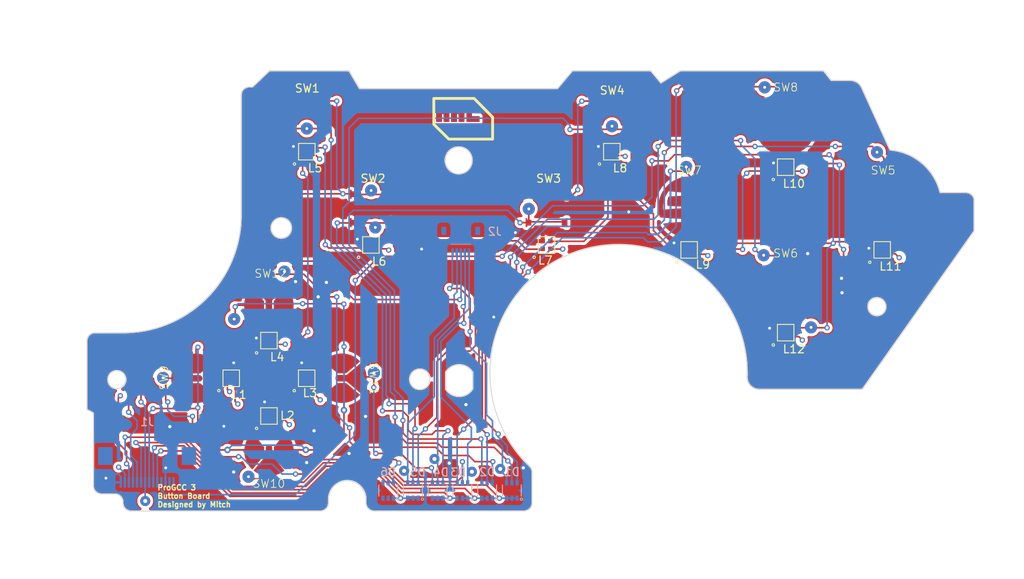
<source format=kicad_pcb>
(kicad_pcb (version 20221018) (generator pcbnew)
  (layers (0 "F.Cu" signal) (1 "In1.Cu" signal) (2 "In2.Cu" signal) (31 "B.Cu" signal) (34 "B.Paste" user) (35 "F.Paste" user) (36 "B.SilkS" user "B.Silkscreen") (37 "F.SilkS" user "F.Silkscreen") (38 "B.Mask" user) (39 "F.Mask" user) (44 "Edge.Cuts" user))
  (net 0 "")
  (net 1 "GND")
  (net 2 "+3V3")
  (net 3 "BUTTON_RGB")
  (net 4 "Push_A")
  (net 5 "Scan_C")
  (net 6 "Push_B")
  (net 7 "Scan_D")
  (net 8 "Scan_B")
  (net 9 "Push_C")
  (net 10 "Push_D")
  (net 11 "Scan_A")
  (net 12 "NFC")
  (net 13 "ZL_Pull")
  (net 14 "L_Pull")
  (net 15 "R_Pull")
  (net 16 "ZR_Pull")
  (net 17 "Plus_Pull")
  (net 18 "X_Pull")
  (net 19 "Home_Pull")
  (net 20 "Y_Pull")
  (net 21 "DU_Pull")
  (net 22 "A_Pull")
  (net 23 "DD_Pull")
  (net 24 "DR_Pull")
  (net 25 "Minus_Pull")
  (net 26 "Capture_Pull")
  (net 27 "B_Pull")
  (net 28 "NC")
  (net 29 "DL_Pull")
  (net 30 "Net-(L1-DOUT)")
  (net 31 "MENU_RGB")
  (net 32 "Net-(L2-DOUT)")
  (net 33 "Net-(L3-DOUT)")
  (net 34 "Net-(L5-DOUT)")
  (net 35 "Net-(L6-DOUT)")
  (net 36 "BPAD_RGB")
  (net 37 "Net-(L10-DIN)")
  (net 38 "Net-(L10-DOUT)")
  (net 39 "Net-(L11-DOUT)")
  (net 40 "Net-(L7-DOUT)")
  (footprint "progcc_v3:TL3315NFxxxQ" (layer "F.Cu") (at 161.748 117.986)
    (fp_text reference "SW4")
    (fp_text value " TL3315NF100Q")
  )
  (footprint "progcc_v3:TL3315NFxxxQ" (layer "F.Cu") (at 132.048 129.486)
    (fp_text reference "SW2")
    (fp_text value " TL3315NF100Q")
  )
  (footprint "progcc_v3:SK6805-EC-15" (layer "F.Cu") (at 132.048 133.986)
    (fp_text reference "L6")
    (fp_text value "SK6805-EC-15" hide)
  )
  (footprint "progcc_v3:TL3315NFxxxQ" (layer "F.Cu") (at 124.148 117.986)
    (fp_text reference "SW1")
    (fp_text value " TL3315NF100Q")
  )
  (footprint "progcc_v3:SK6805-EC-15" (layer "F.Cu") (at 119.478 145.771)
    (fp_text reference "L4")
    (fp_text value "SK6805-EC-15" hide)
  )
  (footprint "progcc_v3:SK6805-EC-15" (layer "F.Cu") (at 119.478 155.071)
    (fp_text reference "L2")
    (fp_text value "SK6805-EC-15" hide)
  )
  (footprint "progcc_v3:SK6805-EC-15" (layer "F.Cu") (at 183.178 144.796)
    (fp_text reference "L12")
    (fp_text value "SK6805-EC-15" hide)
  )
  (footprint "progcc_v3:SK6805-EC-15" (layer "F.Cu") (at 124.148 122.486)
    (fp_text reference "L5")
    (fp_text value "SK6805-EC-15" hide)
  )
  (footprint "progcc_v3:HHL_Logo" (layer "F.Cu") (at 142.748 118.872)
    (fp_text reference "REF**" hide)
    (fp_text value "HHL_Logo")
  )
  (footprint "progcc_v3:SK6805-EC-15" (layer "F.Cu") (at 171.278 134.596)
    (fp_text reference "L9")
    (fp_text value "SK6805-EC-15" hide)
  )
  (footprint "progcc_v3:progcc_dpad" (layer "F.Cu") (at 119.478 159.421 180)
    (fp_text reference "SW10")
    (fp_text value "DPAD")
  )
  (footprint "progcc_v3:SK6805-EC-15" (layer "F.Cu") (at 114.828 150.421)
    (fp_text reference "L1")
    (fp_text value "SK6805-EC-15" hide)
  )
  (footprint "progcc_v3:SK6805-EC-15" (layer "F.Cu") (at 124.128 150.421)
    (fp_text reference "L3")
    (fp_text value "SK6805-EC-15" hide)
  )
  (footprint "progcc_v3:SK6805-EC-15" (layer "F.Cu") (at 195.078 134.596)
    (fp_text reference "L11")
    (fp_text value "SK6805-EC-15" hide)
  )
  (footprint "progcc_v3:SK6805-EC-15" (layer "F.Cu") (at 153.698 133.986)
    (fp_text reference "L7")
    (fp_text value "SK6805-EC-15" hide)
  )
  (footprint "progcc_v3:progcc_bpad" (layer "F.Cu") (at 171.278 129.346)
    (fp_text reference "SW7")
    (fp_text value "BPAD")
  )
  (footprint "progcc_v3:SK6805-EC-15" (layer "F.Cu") (at 183.178 124.396)
    (fp_text reference "L10")
    (fp_text value "SK6805-EC-15" hide)
  )
  (footprint "progcc_v3:progcc_bpad" (layer "F.Cu") (at 195.078 129.346)
    (fp_text reference "SW5")
    (fp_text value "BPAD")
  )
  (footprint "progcc_v3:progcc_bpad" (layer "F.Cu") (at 183.178 139.546)
    (fp_text reference "SW6")
    (fp_text value "BPAD")
  )
  (footprint "progcc_v3:TL3315NFxxxQ" (layer "F.Cu") (at 153.698 129.486)
    (fp_text reference "SW3")
    (fp_text value " TL3315NF100Q")
  )
  (footprint "progcc_v3:SK6805-EC-15" (layer "F.Cu") (at 161.748 122.486)
    (fp_text reference "L8")
    (fp_text value "SK6805-EC-15" hide)
  )
  (footprint "progcc_v3:progcc_dpad" (layer "F.Cu") (at 110.478 150.421 90)
    (fp_text reference "SW9")
    (fp_text value "DPAD")
  )
  (footprint "progcc_v3:progcc_bpad" (layer "F.Cu") (at 183.178 119.146)
    (fp_text reference "SW8")
    (fp_text value "BPAD")
  )
  (footprint "progcc_v3:progcc_dpad" (layer "F.Cu") (at 128.478 150.421 -90)
    (fp_text reference "SW11")
    (fp_text value "DPAD")
  )
  (footprint "progcc_v3:progcc_dpad" (layer "F.Cu") (at 119.478 141.421)
    (fp_text reference "SW12")
    (fp_text value "DPAD")
  )
  (footprint "progcc_v3:SOT-363_SC-70-6" (layer "B.Cu") (at 146.37472 164.259612 90)
    (fp_text reference "D2")
    (fp_text value "BAS16VY,115" hide)
  )
  (footprint "progcc_v3:SOT-363_SC-70-6" (layer "B.Cu") (at 137.23072 164.259612 90)
    (fp_text reference "D5")
    (fp_text value "BAS16VY,115" hide)
  )
  (footprint "progcc_v3:SOT-363_SC-70-6" (layer "B.Cu") (at 140.27872 164.259612 90)
    (fp_text reference "D4")
    (fp_text value "BAS16VY,115" hide)
  )
  (footprint "progcc_v3:molex_5034800540" (layer "B.Cu") (at 143.123 133.296)
    (fp_text reference "J2")
    (fp_text value "bumpers" hide)
  )
  (footprint "progcc_v3:SOT-363_SC-70-6" (layer "B.Cu") (at 134.18272 164.259612 90)
    (fp_text reference "D6")
    (fp_text value "BAS16VY,115" hide)
  )
  (footprint "progcc_v3:SOT-363_SC-70-6" (layer "B.Cu") (at 143.32672 164.259612 90)
    (fp_text reference "D3")
    (fp_text value "BAS16VY,115" hide)
  )
  (footprint "progcc_v3:SOT-363_SC-70-6" (layer "B.Cu") (at 149.42272 164.259612 90)
    (fp_text reference "D1")
    (fp_text value "BAS16VY,115" hide)
  )
  (footprint "progcc_v3:molex_5051101492_14P" (layer "B.Cu") (at 104.46472 160.001644)
    (fp_text reference "J1")
    (fp_text value "To Button Board")
  )
  (gr_circle (center 119.478 150.421) (end 120.748 150.421) (stroke (width 0.2)) (fill solid) (layer "F.Cu"))
  (gr_circle (center 120.998 131.896) (end 122.248 131.896) (stroke (width 0.1)) (fill none) (layer "Edge.Cuts"))
  (gr_circle (center 142.868 123.556) (end 144.518 123.556) (stroke (width 0.1)) (fill none) (layer "Edge.Cuts"))
  (gr_arc (start 151.619219 161.258419) (mid 151.84757 161.588136) (end 151.928 161.981059) (stroke (width 0.1)) (layer "Edge.Cuts"))
  (gr_arc (start 205.428 127.516) (mid 206.135107 127.808893) (end 206.428 128.516) (stroke (width 0.1)) (layer "Edge.Cuts"))
  (gr_line (start 98.828 164.696) (end 100.478 164.696) (stroke (width 0.1)) (layer "Edge.Cuts"))
  (gr_line (start 116.048 115.496) (end 116.048 130.496) (stroke (width 0.1)) (layer "Edge.Cuts"))
  (gr_line (start 97.028 145.796) (end 97.028 154.15385) (stroke (width 0.1)) (layer "Edge.Cuts"))
  (gr_line (start 144.578 151.745231) (end 144.577999 149.666769) (stroke (width 0.1)) (layer "Edge.Cuts"))
  (gr_arc (start 196.048 122.266) (mid 199.986032 123.892745) (end 202.228 127.516) (stroke (width 0.1)) (layer "Edge.Cuts"))
  (gr_line (start 151.928 165.796) (end 151.928 161.981059) (stroke (width 0.1)) (layer "Edge.Cuts"))
  (gr_arc (start 100.478 164.696) (mid 101.185107 164.988893) (end 101.478 165.696) (stroke (width 0.1)) (layer "Edge.Cuts"))
  (gr_circle (center 100.728 150.586) (end 101.828 150.586) (stroke (width 0.1)) (fill none) (layer "Edge.Cuts"))
  (gr_line (start 166.548 112.496) (end 156.898 112.496) (stroke (width 0.1)) (layer "Edge.Cuts"))
  (gr_arc (start 102.478 166.796) (mid 101.770893 166.503107) (end 101.478 165.796) (stroke (width 0.1)) (layer "Edge.Cuts"))
  (gr_arc (start 179.918132 151.795999) (mid 178.857453 151.356672) (end 178.418129 150.296003) (stroke (width 0.1)) (layer "Edge.Cuts"))
  (gr_arc (start 151.928 165.796) (mid 151.635107 166.503107) (end 150.928 166.796) (stroke (width 0.1)) (layer "Edge.Cuts"))
  (gr_arc (start 97.155141 154.359568) (mid 97.06235 154.274768) (end 97.028 154.15385) (stroke (width 0.1)) (layer "Edge.Cuts"))
  (gr_line (start 156.898 112.496) (end 155.048 114.696) (stroke (width 0.1)) (layer "Edge.Cuts"))
  (gr_line (start 97.155141 154.359568) (end 97.700859 154.632432) (stroke (width 0.1)) (layer "Edge.Cuts"))
  (gr_line (start 129.348 112.496) (end 119.548 112.496) (stroke (width 0.1)) (layer "Edge.Cuts"))
  (gr_line (start 117.448 114.496) (end 117.048 114.496) (stroke (width 0.1)) (layer "Edge.Cuts"))
  (gr_line (start 101.528 144.796) (end 98.028 144.796) (stroke (width 0.1)) (layer "Edge.Cuts"))
  (gr_line (start 132.428 166.796) (end 150.928 166.796) (stroke (width 0.1)) (layer "Edge.Cuts"))
  (gr_arc (start 144.577999 151.745231) (mid 142.928 152.655999) (end 141.278001 151.745231) (stroke (width 0.1)) (layer "Edge.Cuts"))
  (gr_arc (start 126.828 165.796) (mid 126.535107 166.503107) (end 125.828 166.796) (stroke (width 0.1)) (layer "Edge.Cuts"))
  (gr_line (start 141.278 149.66677) (end 141.278 151.745231) (stroke (width 0.1)) (layer "Edge.Cuts"))
  (gr_line (start 102.478 166.796) (end 125.828 166.796) (stroke (width 0.1)) (layer "Edge.Cuts"))
  (gr_line (start 126.828 165.796) (end 126.828 165.346) (stroke (width 0.1)) (layer "Edge.Cuts"))
  (gr_arc (start 173.103119 137.956193) (mid 177.132798 143.535074) (end 178.418129 150.296003) (stroke (width 0.1)) (layer "Edge.Cuts"))
  (gr_line (start 205.428 127.516) (end 202.228 127.516) (stroke (width 0.1)) (layer "Edge.Cuts"))
  (gr_circle (center 194.428 141.596) (end 195.528 141.596) (stroke (width 0.1)) (fill none) (layer "Edge.Cuts"))
  (gr_arc (start 97.028 145.796) (mid 97.320893 145.088893) (end 98.028 144.796) (stroke (width 0.1)) (layer "Edge.Cuts"))
  (gr_line (start 97.828 154.83815) (end 97.828 163.696) (stroke (width 0.1)) (layer "Edge.Cuts"))
  (gr_arc (start 141.278 149.66677) (mid 142.927999 148.756) (end 144.577999 149.666768) (stroke (width 0.1)) (layer "Edge.Cuts"))
  (gr_line (start 119.548 112.496) (end 117.448 114.496) (stroke (width 0.1)) (layer "Edge.Cuts"))
  (gr_arc (start 151.619219 161.258419) (mid 150.922 139.060718) (end 173.103119 137.956194) (stroke (width 0.1)) (layer "Edge.Cuts"))
  (gr_arc (start 126.828 165.346) (mid 129.128 163.046) (end 131.428 165.346) (stroke (width 0.1)) (layer "Edge.Cuts"))
  (gr_arc (start 98.828 164.696) (mid 98.120893 164.403107) (end 97.828 163.696) (stroke (width 0.1)) (layer "Edge.Cuts"))
  (gr_arc (start 97.700859 154.632432) (mid 97.79365 154.717232) (end 97.828 154.83815) (stroke (width 0.1)) (layer "Edge.Cuts"))
  (gr_line (start 179.918132 151.796) (end 192.628 151.796) (stroke (width 0.1)) (layer "Edge.Cuts"))
  (gr_line (start 196.048 122.266) (end 192.547868 114.5747) (stroke (width 0.1)) (layer "Edge.Cuts"))
  (gr_line (start 192.628 151.796) (end 206.428 132.246) (stroke (width 0.1)) (layer "Edge.Cuts"))
  (gr_line (start 155.048 114.696) (end 130.648 114.696) (stroke (width 0.1)) (layer "Edge.Cuts"))
  (gr_line (start 206.428 132.246) (end 206.428 128.516) (stroke (width 0.1)) (layer "Edge.Cuts"))
  (gr_arc (start 191.1826 113.696) (mid 191.994402 113.93466) (end 192.547868 114.5747) (stroke (width 0.1)) (layer "Edge.Cuts"))
  (gr_line (start 101.478 165.696) (end 101.478 165.796) (stroke (width 0.1)) (layer "Edge.Cuts"))
  (gr_line (start 131.428 165.346) (end 131.428 165.796) (stroke (width 0.1)) (layer "Edge.Cuts"))
  (gr_line (start 191.1826 113.696) (end 188.798 113.696) (stroke (width 0.1)) (layer "Edge.Cuts"))
  (gr_line (start 188.798 113.696) (end 187.848 112.496) (stroke (width 0.1)) (layer "Edge.Cuts"))
  (gr_arc (start 132.428 166.796) (mid 131.720893 166.503107) (end 131.428 165.796) (stroke (width 0.1)) (layer "Edge.Cuts"))
  (gr_line (start 170.198 112.496) (end 167.798 113.996) (stroke (width 0.1)) (layer "Edge.Cuts"))
  (gr_arc (start 116.048 115.496) (mid 116.340893 114.788893) (end 117.048 114.496) (stroke (width 0.1)) (layer "Edge.Cuts"))
  (gr_circle (center 138.078 150.546) (end 139.328 150.546) (stroke (width 0.1)) (fill none) (layer "Edge.Cuts"))
  (gr_line (start 130.648 114.696) (end 129.348 112.496) (stroke (width 0.1)) (layer "Edge.Cuts"))
  (gr_arc (start 116.048 130.496) (mid 111.717705 140.620778) (end 101.528 144.796) (stroke (width 0.1)) (layer "Edge.Cuts"))
  (gr_line (start 167.798 113.996) (end 166.548 112.496) (stroke (width 0.1)) (layer "Edge.Cuts"))
  (gr_line (start 187.848 112.496) (end 170.198 112.496) (stroke (width 0.1)) (layer "Edge.Cuts"))
  (gr_text "ProGCC 3\nButton Board\nDesigned by Mitch" (at 105.664 166.37) (layer "F.SilkS") (effects (font (size 0.65 0.65)) (justify left bottom)))
  (segment (start 181.229174 144.250066) (end 181.198902 144.250066) (width 0.2) (layer "F.Cu") (net 1))
  (segment (start 193.705518 134.121) (end 194.603 134.121) (width 0.2) (layer "F.Cu") (net 1))
  (segment (start 153.223 133.511) (end 150.91 133.511) (width 0.2) (layer "F.Cu") (net 1))
  (segment (start 193.432979 134.393539) (end 193.705518 134.121) (width 0.2) (layer "F.Cu") (net 1))
  (segment (start 114.353 149.946) (end 114.353 149.291332) (width 0.2) (layer "F.Cu") (net 1))
  (segment (start 122.56772 121.910612) (end 122.49872 121.841612) (width 0.2) (layer "F.Cu") (net 1))
  (segment (start 160.15972 121.910612) (end 160.09072 121.841612) (width 0.2) (layer "F.Cu") (net 1))
  (segment (start 114.353 149.291332) (end 115.13272 148.511612) (width 0.2) (layer "F.Cu") (net 1))
  (segment (start 150.91 133.511) (end 149.86 132.461) (width 0.2) (layer "F.Cu") (net 1))
  (via (at 126.56272 138.605612) (size 0.8) (drill 0.4) (layers "F.Cu" "B.Cu") (net 1))
  (via (at 99.38472 162.735612) (size 0.65) (drill 0.35) (layers "F.Cu" "B.Cu") (net 1))
  (via (at 181.68072 123.873612) (size 0.65) (drill 0.35) (layers "F.Cu" "B.Cu") (net 1))
  (via (at 122.49872 121.841612) (size 0.65) (drill 0.35) (layers "F.Cu" "B.Cu") (net 1))
  (via (at 141.710917 160.887606) (size 0.8) (drill 0.4) (layers "F.Cu" "B.Cu") (net 1))
  (via (at 106.75072 161.465612) (size 0.65) (drill 0.35) (layers "F.Cu" "B.Cu") (net 1))
  (via (at 118.94272 153.337612) (size 0.65) (drill 0.35) (layers "F.Cu" "B.Cu") (net 1))
  (via (at 169.418 133.731) (size 0.65) (drill 0.35) (layers "F.Cu" "B.Cu") (net 1))
  (via (at 107.25872 156.385612) (size 0.8) (drill 0.4) (layers "F.Cu" "B.Cu") (net 1))
  (via (at 124.125528 160.812249) (size 0.8) (drill 0.4) (layers "F.Cu" "B.Cu") (net 1))
  (via (at 115.13272 148.511612) (size 0.65) (drill 0.35) (layers "F.Cu" "B.Cu") (net 1))
  (via (at 125.03872 156.893612) (size 0.8) (drill 0.4) (layers "F.Cu" "B.Cu") (net 1))
  (via (at 185.894937 135.051757) (size 0.8) (drill 0.4) (layers "F.Cu" "B.Cu") (net 1))
  (via (at 190.125683 139.881547) (size 0.8) (drill 0.4) (layers "F.Cu" "B.Cu") (net 1))
  (via (at 190.06272 138.097612) (size 0.8) (drill 0.4) (layers "F.Cu" "B.Cu") (net 1))
  (via (at 113.919 156.337) (size 0.65) (drill 0.35) (layers "F.Cu" "B.Cu") (net 1))
  (via (at 131.38872 155.115612) (size 0.8) (drill 0.4) (layers "F.Cu" "B.Cu") (net 1))
  (via (at 117.92672 145.463612) (size 0.65) (drill 0.35) (layers "F.Cu" "B.Cu") (net 1))
  (via (at 130.37272 133.271612) (size 0.65) (drill 0.35) (layers "F.Cu" "B.Cu") (net 1))
  (via (at 160.09072 121.841612) (size 0.65) (drill 0.35) (layers "F.Cu" "B.Cu") (net 1))
  (via (at 129.35672 159.687612) (size 0.8) (drill 0.4) (layers "F.Cu" "B.Cu") (net 1))
  (via (at 115.13272 161.973612) (size 0.8) (drill 0.4) (layers "F.Cu" "B.Cu") (net 1))
  (via (at 149.86 132.461) (size 0.65) (drill 0.35) (layers "F.Cu" "B.Cu") (net 1))
  (via (at 150.842087 161.464691) (size 0.8) (drill 0.4) (layers "F.Cu" "B.Cu") (net 1))
  (via (at 181.198902 144.250066) (size 0.65) (drill 0.35) (layers "F.Cu" "B.Cu") (net 1))
  (via (at 147.193 142.875) (size 0.65) (drill 0.35) (layers "F.Cu" "B.Cu") (net 1))
  (via (at 123.51472 148.511612) (size 0.65) (drill 0.35) (layers "F.Cu" "B.Cu") (net 1))
  (via (at 163.83 129.921) (size 0.65) (drill 0.35) (layers "F.Cu" "B.Cu") (net 1))
  (via (at 125.54672 140.383612) (size 0.8) (drill 0.4) (layers "F.Cu" "B.Cu") (net 1))
  (via (at 143.764 153.67) (size 0.8) (drill 0.4) (layers "F.Cu" "B.Cu") (net 1))
  (via (at 193.432979 134.393539) (size 0.65) (drill 0.35) (layers "F.Cu" "B.Cu") (net 1))
  (via (at 122.755581 138.50328) (size 0.8) (drill 0.4) (layers "F.Cu" "B.Cu") (net 1))
  (via (at 138.303 134.493) (size 0.65) (drill 0.35) (layers "F.Cu" "B.Cu") (net 1))
  (segment (start 106.71472 161.501612) (end 106.75072 161.465612) (width 0.2) (layer "B.Cu") (net 1))
  (segment (start 100.90872 162.227612) (end 99.89272 162.227612) (width 0.2) (layer "B.Cu") (net 1))
  (segment (start 101.21472 163.251644) (end 101.21472 162.533612) (width 0.2) (layer "B.Cu") (net 1))
  (segment (start 106.71472 163.251644) (end 106.71472 161.501612) (width 0.2) (layer "B.Cu") (net 1))
  (segment (start 99.89272 162.227612) (end 99.38472 162.735612) (width 0.2) (layer "B.Cu") (net 1))
  (segment (start 101.21472 162.533612) (end 100.90872 162.227612) (width 0.2) (layer "B.Cu") (net 1))
  (segment (start 124.603 151.885892) (end 125.80072 153.083612) (width 0.2) (layer "F.Cu") (net 2))
  (segment (start 155.693975 134.493) (end 154.379108 134.493) (width 0.2) (layer "F.Cu") (net 2))
  (segment (start 134.08 134.461) (end 132.547108 134.461) (width 0.2) (layer "F.Cu") (net 2))
  (segment (start 183.67 145.288) (end 184.807108 145.288) (width 0.2) (layer "F.Cu") (net 2))
  (segment (start 125.267175 122.936) (end 125.726872 123.395697) (width 0.2) (layer "F.Cu") (net 2))
  (segment (start 124.623 122.961) (end 124.648 122.936) (width 0.2) (layer "F.Cu") (net 2))
  (segment (start 183.671612 124.889612) (end 185.23672 124.889612) (width 0.2) (layer "F.Cu") (net 2))
  (segment (start 115.303 153.253892) (end 115.64072 153.591612) (width 0.2) (layer "F.Cu") (net 2))
  (segment (start 173.579679 135.300648) (end 173.407031 135.128) (width 0.2) (layer "F.Cu") (net 2))
  (segment (start 119.953 146.246) (end 121.462332 146.246) (width 0.2) (layer "F.Cu") (net 2))
  (segment (start 154.379108 134.493) (end 154.24672 134.360612) (width 0.2) (layer "F.Cu") (net 2))
  (segment (start 124.648 122.936) (end 125.267175 122.936) (width 0.2) (layer "F.Cu") (net 2))
  (segment (start 115.303 150.896) (end 115.303 153.253892) (width 0.2) (layer "F.Cu") (net 2))
  (segment (start 195.553 135.071) (end 196.688108 135.071) (width 0.2) (layer "F.Cu") (net 2))
  (segment (start 119.953 155.546) (end 121.405108 155.546) (width 0.2) (layer "F.Cu") (net 2))
  (segment (start 184.807108 145.288) (end 185.23672 145.717612) (width 0.2) (layer "F.Cu") (net 2))
  (segment (start 171.81 135.128) (end 171.753 135.071) (width 0.2) (layer "F.Cu") (net 2))
  (segment (start 134.239 134.62) (end 134.08 134.461) (width 0.2) (layer "F.Cu") (net 2))
  (segment (start 121.462332 146.246) (end 121.48272 146.225612) (width 0.2) (layer "F.Cu") (net 2))
  (segment (start 163.39272 123.063) (end 163.29072 122.961) (width 0.2) (layer "F.Cu") (net 2))
  (segment (start 183.653 145.271) (end 183.67 145.288) (width 0.2) (layer "F.Cu") (net 2))
  (segment (start 183.653 124.871) (end 183.671612 124.889612) (width 0.2) (layer "F.Cu") (net 2))
  (segment (start 124.603 150.978472) (end 124.603 151.885892) (width 0.2) (layer "F.Cu") (net 2))
  (segment (start 196.688108 135.071) (end 197.17472 135.557612) (width 0.2) (layer "F.Cu") (net 2))
  (segment (start 163.29072 122.961) (end 162.223 122.961) (width 0.2) (layer "F.Cu") (net 2))
  (segment (start 121.405108 155.546) (end 121.99072 156.131612) (width 0.2) (layer "F.Cu") (net 2))
  (segment (start 173.407031 135.128) (end 171.81 135.128) (width 0.2) (layer "F.Cu") (net 2))
  (via (at 100.946952 161.373173) (size 0.65) (drill 0.35) (layers "F.Cu" "B.Cu") (net 2))
  (via (at 115.64072 153.591612) (size 0.65) (drill 0.35) (layers "F.Cu" "B.Cu") (net 2))
  (via (at 121.99072 156.131612) (size 0.65) (drill 0.35) (layers "F.Cu" "B.Cu") (net 2))
  (via (at 185.23672 145.717612) (size 0.65) (drill 0.35) (layers "F.Cu" "B.Cu") (net 2))
  (via (at 125.80072 153.083612) (size 0.65) (drill 0.35) (layers "F.Cu" "B.Cu") (net 2))
  (via (at 125.726872 123.395697) (size 0.65) (drill 0.35) (layers "F.Cu" "B.Cu") (net 2))
  (via (at 155.693975 134.493) (size 0.65) (drill 0.35) (layers "F.Cu" "B.Cu") (net 2))
  (via (at 173.579679 135.300648) (size 0.65) (drill 0.35) (layers "F.Cu" "B.Cu") (net 2))
  (via (at 163.39272 123.063) (size 0.65) (drill 0.35) (layers "F.Cu" "B.Cu") (net 2))
  (via (at 197.17472 135.557612) (size 0.65) (drill 0.35) (layers "F.Cu" "B.Cu") (net 2))
  (via (at 121.48272 146.225612) (size 0.65) (drill 0.35) (layers "F.Cu" "B.Cu") (net 2))
  (via (at 185.23672 124.889612) (size 0.65) (drill 0.35) (layers "F.Cu" "B.Cu") (net 2))
  (via (at 134.239 134.62) (size 0.65) (drill 0.35) (layers "F.Cu" "B.Cu") (net 2))
  (segment (start 101.71472 162.140941) (end 100.946952 161.373173) (width 0.2) (layer "B.Cu") (net 2))
  (segment (start 101.71472 163.251644) (end 101.71472 162.140941) (width 0.2) (layer "B.Cu") (net 2))
  (segment (start 100.90872 152.829612) (end 101.16272 152.575612) (width 0.2) (layer "F.Cu") (net 3))
  (segment (start 100.90872 158.417612) (end 100.90872 152.829612) (width 0.2) (layer "F.Cu") (net 3))
  (segment (start 114.62472 152.067612) (end 114.353 151.795892) (width 0.2) (layer "F.Cu") (net 3))
  (segment (start 101.92472 160.957612) (end 101.92472 159.433612) (width 0.2) (layer "F.Cu") (net 3))
  (segment (start 101.92472 159.433612) (end 100.90872 158.417612) (width 0.2) (layer "F.Cu") (net 3))
  (segment (start 114.353 151.795892) (end 114.353 150.896) (width 0.2) (layer "F.Cu") (net 3))
  (via (at 101.92472 160.957612) (size 0.65) (drill 0.35) (layers "F.Cu" "B.Cu") (net 3))
  (via (at 114.62472 152.067612) (size 0.65) (drill 0.35) (layers "F.Cu" "B.Cu") (net 3))
  (via (at 101.16272 152.575612) (size 0.65) (drill 0.35) (layers "F.Cu" "B.Cu") (net 3))
  (segment (start 102.21472 163.251644) (end 102.21472 161.247612) (width 0.2) (layer "B.Cu") (net 3))
  (segment (start 102.21472 161.247612) (end 101.92472 160.957612) (width 0.2) (layer "B.Cu") (net 3))
  (segment (start 146.269509 163.580401) (end 147.89872 165.209612) (width 0.2) (layer "F.Cu") (net 4))
  (segment (start 115.13272 163.751612) (end 124.02272 163.751612) (width 0.2) (layer "F.Cu") (net 4))
  (segment (start 109.067357 157.686249) (end 115.13272 163.751612) (width 0.2) (layer "F.Cu") (net 4))
  (segment (start 124.02272 163.751612) (end 126.519259 161.255073) (width 0.2) (layer "F.Cu") (net 4))
  (segment (start 126.519259 161.255073) (end 133.646082 161.255073) (width 0.2) (layer "F.Cu") (net 4))
  (segment (start 101.747324 157.686249) (end 109.067357 157.686249) (width 0.2) (layer "F.Cu") (net 4))
  (segment (start 135.97141 163.580401) (end 146.269509 163.580401) (width 0.2) (layer "F.Cu") (net 4))
  (segment (start 133.646082 161.255073) (end 135.97141 163.580401) (width 0.2) (layer "F.Cu") (net 4))
  (via (at 147.89872 165.209612) (size 0.65) (drill 0.35) (layers "F.Cu" "B.Cu") (net 4))
  (via (at 101.747324 157.686249) (size 0.65) (drill 0.35) (layers "F.Cu" "B.Cu") (net 4))
  (segment (start 147.02472 165.209612) (end 148.77272 165.209612) (width 0.2) (layer "B.Cu") (net 4))
  (segment (start 150.07272 165.209612) (end 149.42272 165.209612) (width 0.2) (layer "B.Cu") (net 4))
  (segment (start 102.149877 160.224455) (end 101.747324 159.821902) (width 0.2) (layer "B.Cu") (net 4))
  (segment (start 102.71472 160.789298) (end 102.149877 160.224455) (width 0.2) (layer "B.Cu") (net 4))
  (segment (start 149.42272 165.209612) (end 148.77272 165.209612) (width 0.2) (layer "B.Cu") (net 4))
  (segment (start 101.747324 159.821902) (end 101.747324 157.686249) (width 0.2) (layer "B.Cu") (net 4))
  (segment (start 102.71472 163.251644) (end 102.71472 160.789298) (width 0.2) (layer "B.Cu") (net 4))
  (segment (start 120.97472 127.683612) (end 118.68872 129.969612) (width 0.2) (layer "F.Cu") (net 5))
  (segment (start 116.345034 137.781966) (end 102.17872 151.94828) (width 0.2) (layer "F.Cu") (net 5))
  (segment (start 116.345034 136.266456) (end 116.345034 137.781966) (width 0.2) (layer "F.Cu") (net 5))
  (segment (start 118.68872 133.92277) (end 116.345034 136.266456) (width 0.2) (layer "F.Cu") (net 5))
  (segment (start 129.770612 127.683612) (end 129.849 127.762) (width 0.2) (layer "F.Cu") (net 5))
  (segment (start 121.947108 116.236) (end 127.815108 116.236) (width 0.2) (layer "F.Cu") (net 5))
  (segment (start 102.17872 151.94828) (end 102.17872 154.607612) (width 0.2) (layer "F.Cu") (net 5))
  (segment (start 127.815108 116.236) (end 127.83272 116.253612) (width 0.2) (layer "F.Cu") (net 5))
  (segment (start 128.59472 127.683612) (end 120.97472 127.683612) (width 0.2) (layer "F.Cu") (net 5))
  (segment (start 158.05872 116.253612) (end 163.955388 116.253612) (width 0.2) (layer "F.Cu") (net 5))
  (segment (start 129.849 127.762) (end 156.964332 127.762) (width 0.2) (layer "F.Cu") (net 5))
  (segment (start 163.955388 116.253612) (end 163.973 116.236) (width 0.2) (layer "F.Cu") (net 5))
  (segment (start 128.59472 127.683612) (end 129.770612 127.683612) (width 0.2) (layer "F.Cu") (net 5))
  (segment (start 118.68872 129.969612) (end 118.68872 133.92277) (width 0.2) (layer "F.Cu") (net 5))
  (segment (start 156.964332 127.762) (end 157.55072 127.175612) (width 0.2) (layer "F.Cu") (net 5))
  (via (at 102.17872 154.607612) (size 0.65) (drill 0.35) (layers "F.Cu" "B.Cu") (net 5))
  (via (at 158.05872 116.253612) (size 0.65) (drill 0.35) (layers "F.Cu" "B.Cu") (net 5))
  (via (at 157.55072 127.175612) (size 0.65) (drill 0.35) (layers "F.Cu" "B.Cu") (net 5))
  (via (at 127.83272 116.253612) (size 0.65) (drill 0.35) (layers "F.Cu" "B.Cu") (net 5))
  (via (at 132.070667 127.270703) (size 1.5) (drill 0.35) (layers "F.Cu" "B.Cu") (net 5))
  (via (at 128.59472 127.683612) (size 0.65) (drill 0.35) (layers "F.Cu" "B.Cu") (net 5))
  (segment (start 157.55072 127.175612) (end 157.55072 116.761612) (width 0.2) (layer "B.Cu") (net 5))
  (segment (start 102.43272 157.401612) (end 102.43272 159.941612) (width 0.2) (layer "B.Cu") (net 5))
  (segment (start 127.83272 116.253612) (end 127.83272 126.921612) (width 0.2) (layer "B.Cu") (net 5))
  (segment (start 102.17872 154.607612) (end 103.21472 155.643612) (width 0.2) (layer "B.Cu") (net 5))
  (segment (start 127.83272 126.921612) (end 128.59472 127.683612) (width 0.2) (layer "B.Cu") (net 5))
  (segment (start 102.43272 159.941612) (end 103.21472 160.723612) (width 0.2) (layer "B.Cu") (net 5))
  (segment (start 103.21472 155.643612) (end 103.21472 156.619612) (width 0.2) (layer "B.Cu") (net 5))
  (segment (start 103.21472 156.619612) (end 102.43272 157.401612) (width 0.2) (layer "B.Cu") (net 5))
  (segment (start 157.55072 116.761612) (end 158.05872 116.253612) (width 0.2) (layer "B.Cu") (net 5))
  (segment (start 103.21472 160.723612) (end 103.21472 163.251644) (width 0.2) (layer "B.Cu") (net 5))
  (segment (start 103.080657 158.34883) (end 109.164252 158.34883) (width 0.2) (layer "F.Cu") (net 6))
  (segment (start 109.164252 158.34883) (end 114.970166 164.154744) (width 0.2) (layer "F.Cu") (net 6))
  (segment (start 135.830935 164.005612) (end 143.64672 164.005612) (width 0.2) (layer "F.Cu") (net 6))
  (segment (start 126.670237 161.669781) (end 133.495104 161.669781) (width 0.2) (layer "F.Cu") (net 6))
  (segment (start 133.495104 161.669781) (end 135.830935 164.005612) (width 0.2) (layer "F.Cu") (net 6))
  (segment (start 114.970166 164.154744) (end 124.185274 164.154744) (width 0.2) (layer "F.Cu") (net 6))
  (segment (start 143.64672 164.005612) (end 144.85072 165.209612) (width 0.2) (layer "F.Cu") (net 6))
  (segment (start 124.185274 164.154744) (end 126.670237 161.669781) (width 0.2) (layer "F.Cu") (net 6))
  (via (at 103.080657 158.34883) (size 0.65) (drill 0.35) (layers "F.Cu" "B.Cu") (net 6))
  (via (at 144.85072 165.209612) (size 0.65) (drill 0.35) (layers "F.Cu" "B.Cu") (net 6))
  (segment (start 146.37472 165.209612) (end 145.72472 165.209612) (width 0.2) (layer "B.Cu") (net 6))
  (segment (start 143.97672 165.209612) (end 143.32672 165.209612) (width 0.2) (layer "B.Cu") (net 6))
  (segment (start 103.71472 158.982893) (end 103.080657 158.34883) (width 0.2) (layer "B.Cu") (net 6))
  (segment (start 103.71472 163.251644) (end 103.71472 158.982893) (width 0.2) (layer "B.Cu") (net 6))
  (segment (start 145.72472 165.209612) (end 143.97672 165.209612) (width 0.2) (layer "B.Cu") (net 6))
  (segment (start 125.207975 135.980867) (end 118.781133 135.980867) (width 0.2) (layer "F.Cu") (net 7))
  (segment (start 143.00905 140.716947) (end 129.944055 140.716947) (width 0.2) (layer "F.Cu") (net 7))
  (segment (start 129.944055 140.716947) (end 125.207975 135.980867) (width 0.2) (layer "F.Cu") (net 7))
  (segment (start 118.781133 135.980867) (end 103.70272 151.05928) (width 0.2) (layer "F.Cu") (net 7))
  (segment (start 103.70272 151.05928) (end 103.70272 153.337612) (width 0.2) (layer "F.Cu") (net 7))
  (via (at 103.70272 153.337612) (size 0.65) (drill 0.35) (layers "F.Cu" "B.Cu") (net 7))
  (via (at 104.227219 165.552532) (size 1.25) (drill 0.5) (layers "F.Cu" "B.Cu") (net 7))
  (via (at 143.00905 140.716947) (size 0.65) (drill 0.35) (layers "F.Cu" "B.Cu") (net 7))
  (segment (start 143.16162 134.93462) (end 143.16162 140.564377) (width 0.2) (layer "B.Cu") (net 7))
  (segment (start 103.70272 153.337612) (end 104.21472 153.849612) (width 0.2) (layer "B.Cu") (net 7))
  (segment (start 104.21472 165.42872) (end 104.267 165.481) (width 0.2) (layer "B.Cu") (net 7))
  (segment (start 143.16162 140.564377) (end 143.00905 140.716947) (width 0.2) (layer "B.Cu") (net 7))
  (segment (start 143.123 134.896) (end 143.16162 134.93462) (width 0.2) (layer "B.Cu") (net 7))
  (segment (start 104.21472 163.251644) (end 104.21472 165.42872) (width 0.2) (layer "B.Cu") (net 7))
  (segment (start 104.21472 153.849612) (end 104.21472 163.251644) (width 0.2) (layer "B.Cu") (net 7))
  (segment (start 110.706298 152.782898) (end 110.478 152.5546) (width 0.2) (layer "F.Cu") (net 8))
  (segment (start 113.050002 159.253572) (end 110.706298 156.909868) (width 0.2) (layer "F.Cu") (net 8))
  (segment (start 110.49 146.834824) (end 110.49 148.2754) (width 0.2) (layer "F.Cu") (net 8))
  (segment (start 110.706298 154.06564) (end 110.706298 152.782898) (width 0.2) (layer "F.Cu") (net 8))
  (segment (start 128.7279 157.806787) (end 127.281115 159.253572) (width 0.2) (layer "F.Cu") (net 8))
  (segment (start 115.316 141.605) (end 115.316 143.002) (width 0.2) (layer "F.Cu") (net 8))
  (segment (start 115.316 143.002) (end 115.189 143.129) (width 0.2) (layer "F.Cu") (net 8))
  (segment (start 128.736649 148.111223) (end 128.7279 148.119972) (width 0.2) (layer "F.Cu") (net 8))
  (segment (start 128.7279 154.353612) (end 128.7279 152.387172) (width 0.2) (layer "F.Cu") (net 8))
  (segment (start 123.638935 141.228354) (end 121.804246 141.228354) (width 0.2) (layer "F.Cu") (net 8))
  (segment (start 121.804246 141.228354) (end 121.6116 141.421) (width 0.2) (layer "F.Cu") (net 8))
  (segment (start 114.37072 159.253572) (end 113.050002 159.253572) (width 0.2) (layer "F.Cu") (net 8))
  (segment (start 128.7279 154.353612) (end 128.7279 157.806787) (width 0.2) (layer "F.Cu") (net 8))
  (segment (start 127.281115 159.253572) (end 124.02272 159.253572) (width 0.2) (layer "F.Cu") (net 8))
  (segment (start 117.5843 159.253572) (end 114.37072 159.253572) (width 0.2) (layer "F.Cu") (net 8))
  (segment (start 110.706298 154.06564) (end 110.618275 154.153663) (width 0.2) (layer "F.Cu") (net 8))
  (segment (start 121.8515 159.253572) (end 124.02272 159.253572) (width 0.2) (layer "F.Cu") (net 8))
  (segment (start 110.618275 154.153663) (end 105.199223 154.153663) (width 0.2) (layer "F.Cu") (net 8))
  (segment (start 115.316 141.605) (end 115.5 141.421) (width 0.2) (layer "F.Cu") (net 8))
  (segment (start 110.706298 156.909868) (end 110.706298 154.06564) (width 0.2) (layer "F.Cu") (net 8))
  (segment (start 115.5 141.421) (end 117.3444 141.421) (width 0.2) (layer "F.Cu") (net 8))
  (segment (start 123.638935 141.228354) (end 128.675372 141.228354) (width 0.2) (layer "F.Cu") (net 8))
  (segment (start 128.736649 146.5247) (end 128.736649 148.111223) (width 0.2) (layer "F.Cu") (net 8))
  (segment (start 110.49 148.2754) (end 110.478 148.2874) (width 0.2) (layer "F.Cu") (net 8))
  (segment (start 128.675372 141.228354) (end 128.714653 141.267635) (width 0.2) (layer "F.Cu") (net 8))
  (segment (start 110.7279 146.596924) (end 110.49 146.834824) (width 0.2) (layer "F.Cu") (net 8))
  (via (at 128.7279 154.353612) (size 0.8) (drill 0.4) (layers "F.Cu" "B.Cu") (net 8))
  (via (at 105.199223 154.153663) (size 0.65) (drill 0.35) (layers "F.Cu" "B.Cu") (net 8))
  (via (at 110.7279 146.596924) (size 0.65) (drill 0.35) (layers "F.Cu" "B.Cu") (net 8))
  (via (at 115.316 141.605) (size 0.65) (drill 0.35) (layers "F.Cu" "B.Cu") (net 8))
  (via (at 128.736649 146.5247) (size 0.65) (drill 0.35) (layers "F.Cu" "B.Cu") (net 8))
  (via (at 115.189 143.129) (size 1.5) (drill 0.35) (layers "F.Cu" "B.Cu") (net 8))
  (via (at 124.02272 159.253572) (size 0.8) (drill 0.4) (layers "F.Cu" "B.Cu") (net 8))
  (via (at 123.638935 141.228354) (size 0.65) (drill 0.35) (layers "F.Cu" "B.Cu") (net 8))
  (via (at 128.714653 141.267635) (size 0.65) (drill 0.35) (layers "F.Cu" "B.Cu") (net 8))
  (via (at 114.37072 159.253572) (size 0.8) (drill 0.4) (layers "F.Cu" "B.Cu") (net 8))
  (via (at 110.706298 154.06564) (size 0.65) (drill 0.35) (layers "F.Cu" "B.Cu") (net 8))
  (segment (start 115.692646 141.228354) (end 123.638935 141.228354) (width 0.2) (layer "B.Cu") (net 8))
  (segment (start 128.714653 141.267635) (end 128.714653 146.502704) (width 0.2) (layer "B.Cu") (net 8))
  (segment (start 104.71472 154.638166) (end 104.71472 163.251644) (width 0.2) (layer "B.Cu") (net 8))
  (segment (start 110.7279 154.044038) (end 110.706298 154.06564) (width 0.2) (layer "B.Cu") (net 8))
  (segment (start 128.714653 146.502704) (end 128.736649 146.5247) (width 0.2) (layer "B.Cu") (net 8))
  (segment (start 123.44076 158.671612) (end 114.95268 158.671612) (width 0.2) (layer "B.Cu") (net 8))
  (segment (start 110.7279 146.596924) (end 110.7279 154.044038) (width 0.2) (layer "B.Cu") (net 8))
  (segment (start 114.95268 158.671612) (end 114.37072 159.253572) (width 0.2) (layer "B.Cu") (net 8))
  (segment (start 105.199223 154.153663) (end 104.71472 154.638166) (width 0.2) (layer "B.Cu") (net 8))
  (segment (start 124.02272 159.253572) (end 123.44076 158.671612) (width 0.2) (layer "B.Cu") (net 8))
  (segment (start 128.736649 154.344863) (end 128.7279 154.353612) (width 0.2) (layer "B.Cu") (net 8))
  (segment (start 128.736649 146.5247) (end 128.736649 154.344863) (width 0.2) (layer "B.Cu") (net 8))
  (segment (start 115.316 141.605) (end 115.692646 141.228354) (width 0.2) (layer "B.Cu") (net 8))
  (segment (start 114.819188 164.569452) (end 114.313034 164.063298) (width 0.2) (layer "F.Cu") (net 9))
  (segment (start 135.764406 164.513612) (end 134.973563 163.722769) (width 0.2) (layer "F.Cu") (net 9))
  (segment (start 126.824092 162.081612) (end 126.184259 162.721445) (width 0.2) (layer "F.Cu") (net 9))
  (segment (start 141.10672 164.513612) (end 136.72272 164.513612) (width 0.2) (layer "F.Cu") (net 9))
  (segment (start 124.336252 164.569452) (end 123.411232 164.569452) (width 0.2) (layer "F.Cu") (net 9))
  (segment (start 136.72272 164.513612) (end 135.764406 164.513612) (width 0.2) (layer "F.Cu") (net 9))
  (segment (start 126.184259 162.721445) (end 124.336252 164.569452) (width 0.2) (layer "F.Cu") (net 9))
  (segment (start 106.24272 158.74883) (end 105.584616 158.74883) (width 0.2) (layer "F.Cu") (net 9))
  (segment (start 108.998566 158.74883) (end 106.24272 158.74883) (width 0.2) (layer "F.Cu") (net 9))
  (segment (start 105.584616 158.74883) (end 105.357449 158.975997) (width 0.2) (layer "F.Cu") (net 9))
  (segment (start 123.411232 164.569452) (end 114.819188 164.569452) (width 0.2) (layer "F.Cu") (net 9))
  (segment (start 141.80272 165.209612) (end 141.10672 164.513612) (width 0.2) (layer "F.Cu") (net 9))
  (segment (start 131.732594 162.081612) (end 128.041776 162.081612) (width 0.2) (layer "F.Cu") (net 9))
  (segment (start 134.973563 163.722769) (end 133.332406 162.081612) (width 0.2) (layer "F.Cu") (net 9))
  (segment (start 133.332406 162.081612) (end 131.732594 162.081612) (width 0.2) (layer "F.Cu") (net 9))
  (segment (start 128.041776 162.081612) (end 126.824092 162.081612) (width 0.2) (layer "F.Cu") (net 9))
  (segment (start 114.313034 164.063298) (end 108.998566 158.74883) (width 0.2) (layer "F.Cu") (net 9))
  (via (at 105.357449 158.975997) (size 0.65) (drill 0.35) (layers "F.Cu" "B.Cu") (net 9))
  (via (at 141.80272 165.209612) (size 0.65) (drill 0.35) (layers "F.Cu" "B.Cu") (net 9))
  (segment (start 105.21472 159.118726) (end 105.21472 163.251644) (width 0.2) (layer "B.Cu") (net 9))
  (segment (start 140.27872 165.209612) (end 139.62872 165.209612) (width 0.2) (layer "B.Cu") (net 9))
  (segment (start 140.92872 165.209612) (end 140.27872 165.209612) (width 0.2) (layer "B.Cu") (net 9))
  (segment (start 105.357449 158.975997) (end 105.21472 159.118726) (width 0.2) (layer "B.Cu") (net 9))
  (segment (start 142.67672 165.209612) (end 140.92872 165.209612) (width 0.2) (layer "B.Cu") (net 9))
  (segment (start 126.989778 162.481612) (end 133.16672 162.481612) (width 0.2) (layer "F.Cu") (net 10))
  (segment (start 109.064881 159.380831) (end 114.656978 164.972928) (width 0.2) (layer "F.Cu") (net 10))
  (segment (start 133.16672 162.481612) (end 135.70672 165.021612) (width 0.2) (layer "F.Cu") (net 10))
  (segment (start 135.70672 165.021612) (end 135.70672 165.209612) (width 0.2) (layer "F.Cu") (net 10))
  (segment (start 124.498462 164.972928) (end 126.989778 162.481612) (width 0.2) (layer "F.Cu") (net 10))
  (segment (start 106.157243 159.380831) (end 109.064881 159.380831) (width 0.2) (layer "F.Cu") (net 10))
  (segment (start 114.656978 164.972928) (end 124.498462 164.972928) (width 0.2) (layer "F.Cu") (net 10))
  (via (at 135.70672 165.209612) (size 0.65) (drill 0.35) (layers "F.Cu" "B.Cu") (net 10))
  (via (at 106.157243 159.380831) (size 0.65) (drill 0.35) (layers "F.Cu" "B.Cu") (net 10))
  (segment (start 134.83272 165.209612) (end 136.58072 165.209612) (width 0.2) (layer "B.Cu") (net 10))
  (segment (start 137.23072 165.209612) (end 136.58072 165.209612) (width 0.2) (layer "B.Cu") (net 10))
  (segment (start 137.88072 165.209612) (end 137.23072 165.209612) (width 0.2) (layer "B.Cu") (net 10))
  (segment (start 105.71472 163.251644) (end 105.71472 159.823354) (width 0.2) (layer "B.Cu") (net 10))
  (segment (start 105.71472 159.823354) (end 106.157243 159.380831) (width 0.2) (layer "B.Cu") (net 10))
  (segment (start 184.25397 123.01597) (end 183.178 121.94) (width 0.2) (layer "F.Cu") (net 11))
  (segment (start 148.228722 135.386049) (end 133.084283 135.386049) (width 0.2) (layer "F.Cu") (net 11))
  (segment (start 173.80672 133.779612) (end 189.04672 133.779612) (width 0.2) (layer "F.Cu") (net 11))
  (segment (start 171.44204 132.491512) (end 172.51862 132.491512) (width 0.2) (layer "F.Cu") (net 11))
  (segment (start 169.48872 122.857612) (end 168.72672 123.619612) (width 0.2) (layer "F.Cu") (net 11))
  (segment (start 188.380362 123.01597) (end 184.25397 123.01597) (width 0.2) (layer "F.Cu") (net 11))
  (segment (start 183.178 142.34) (end 185.031612 144.193612) (width 0.2) (layer "F.Cu") (net 11))
  (segment (start 188.53872 122.857612) (end 188.380362 123.01597) (width 0.2) (layer "F.Cu") (net 11))
  (segment (start 189.04672 133.779612) (end 189.241047 133.585285) (width 0.2) (layer "F.Cu") (net 11))
  (segment (start 182.260388 122.857612) (end 169.48872 122.857612) (width 0.2) (layer "F.Cu") (net 11))
  (segment (start 172.51862 132.491512) (end 173.80672 133.779612) (width 0.2) (layer "F.Cu") (net 11))
  (segment (start 168.72672 123.619612) (end 166.69472 123.619612) (width 0.2) (layer "F.Cu") (net 11))
  (segment (start 133.084283 135.386049) (end 130.11872 138.351612) (width 0.2) (layer "F.Cu") (net 11))
  (segment (start 189.241047 133.585285) (end 193.632715 133.585285) (width 0.2) (layer "F.Cu") (net 11))
  (segment (start 183.178 121.94) (end 182.260388 122.857612) (width 0.2) (layer "F.Cu") (net 11))
  (segment (start 193.632715 133.585285) (end 195.078 132.14) (width 0.2) (layer "F.Cu") (net 11))
  (segment (start 185.031612 144.193612) (end 188.28472 144.193612) (width 0.2) (layer "F.Cu") (net 11))
  (via (at 186.309 144.145) (size 1.5) (drill 0.35) (layers "F.Cu" "B.Cu") (net 11))
  (via (at 188.28472 144.193612) (size 0.65) (drill 0.35) (layers "F.Cu" "B.Cu") (net 11))
  (via (at 148.228722 135.386049) (size 0.65) (drill 0.35) (layers "F.Cu" "B.Cu") (net 11))
  (via (at 188.53872 122.857612) (size 0.65) (drill 0.35) (layers "F.Cu" "B.Cu") (net 11))
  (via (at 130.11872 138.351612) (size 0.65) (drill 0.35) (layers "F.Cu" "B.Cu") (net 11))
  (via (at 189.04672 133.779612) (size 0.65) (drill 0.35) (layers "F.Cu" "B.Cu") (net 11))
  (via (at 166.69472 123.619612) (size 0.65) (drill 0.35) (layers "F.Cu" "B.Cu") (net 11))
  (segment (start 106.21472 164.231612) (end 106.21472 163.251644) (width 0.2) (layer "B.Cu") (net 11))
  (segment (start 166.69472 123.619612) (end 166.69472 128.07228) (width 0.2) (layer "B.Cu") (net 11))
  (segment (start 122.75272 164.767612) (end 106.75072 164.767612) (width 0.2) (layer "B.Cu") (net 11))
  (segment (start 130.11872 138.351612) (end 130.11872 157.401612) (width 0.2) (layer "B.Cu") (net 11))
  (segment (start 189.04672 123.365612) (end 188.53872 122.857612) (width 0.2) (layer "B.Cu") (net 11))
  (segment (start 154.455771 129.159) (end 148.228722 135.386049) (width 0.2) (layer "B.Cu") (net 11))
  (segment (start 130.11872 157.401612) (end 122.75272 164.767612) (width 0.2) (layer "B.Cu") (net 11))
  (segment (start 166.69472 128.07228) (end 165.608 129.159) (width 0.2) (layer "B.Cu") (net 11))
  (segment (start 106.75072 164.767612) (end 106.21472 164.231612) (width 0.2) (layer "B.Cu") (net 11))
  (segment (start 189.04672 133.779612) (end 189.04672 123.365612) (width 0.2) (layer "B.Cu") (net 11))
  (segment (start 188.28472 134.541612) (end 189.04672 133.779612) (width 0.2) (layer "B.Cu") (net 11))
  (segment (start 188.28472 144.193612) (end 188.28472 134.541612) (width 0.2) (layer "B.Cu") (net 11))
  (segment (start 165.608 129.159) (end 154.455771 129.159) (width 0.2) (layer "B.Cu") (net 11))
  (segment (start 141.753211 139.354258) (end 143.037258 139.354258) (width 0.2) (layer "F.Cu") (net 13))
  (segment (start 144.272 140.589) (end 144.272 144.653) (width 0.2) (layer "F.Cu") (net 13))
  (segment (start 143.037258 139.354258) (end 144.018 140.335) (width 0.2) (layer "F.Cu") (net 13))
  (segment (start 144.018 140.335) (end 144.272 140.589) (width 0.2) (layer "F.Cu") (net 13))
  (via (at 147.987385 161.597812) (size 1.25) (drill 0.5) (layers "F.Cu" "B.Cu") (net 13))
  (via (at 141.753211 139.354258) (size 0.65) (drill 0.35) (layers "F.Cu" "B.Cu") (net 13))
  (via (at 144.272 144.653) (size 0.65) (drill 0.35) (layers "F.Cu" "B.Cu") (net 13))
  (segment (start 144.272 144.653) (end 144.272 146.558) (width 0.2) (layer "B.Cu") (net 13))
  (segment (start 142.0876 139.019869) (end 141.753211 139.354258) (width 0.2) (layer "B.Cu") (net 13))
  (segment (start 148.261022 162.063735) (end 148.77272 162.575433) (width 0.2) (layer "B.Cu") (net 13))
  (segment (start 144.272 146.558) (end 146.304 148.59) (width 0.2) (layer "B.Cu") (net 13))
  (segment (start 146.304 148.59) (end 146.304 154.94) (width 0.2) (layer "B.Cu") (net 13))
  (segment (start 147.038323 157.611025) (end 148.261022 158.833724) (width 0.2) (layer "B.Cu") (net 13))
  (segment (start 142.123 134.896) (end 142.0876 134.9314) (width 0.2) (layer "B.Cu") (net 13))
  (segment (start 142.0876 134.9314) (end 142.0876 139.019869) (width 0.2) (layer "B.Cu") (net 13))
  (segment (start 148.261022 158.833724) (end 148.261022 162.063735) (width 0.2) (layer "B.Cu") (net 13))
  (segment (start 146.304 154.94) (end 147.038323 155.674323) (width 0.2) (layer "B.Cu") (net 13))
  (segment (start 148.77272 162.575433) (end 148.77272 163.309612) (width 0.2) (layer "B.Cu") (net 13))
  (segment (start 147.038323 155.674323) (end 147.038323 157.611025) (width 0.2) (layer "B.Cu") (net 13))
  (via (at 136.143221 161.833702) (size 1.25) (drill 0.5) (layers "F.Cu" "B.Cu") (net 14))
  (segment (start 139.865713 145.459186) (end 139.865713 152.701424) (width 0.2) (layer "B.Cu") (net 14))
  (segment (start 142.31072 143.014179) (end 139.865713 145.459186) (width 0.2) (layer "B.Cu") (net 14))
  (segment (start 142.66162 134.93462) (end 142.66162 139.778712) (width 0.2) (layer "B.Cu") (net 14))
  (segment (start 142.66162 139.778712) (end 142.31072 140.129612) (width 0.2) (layer "B.Cu") (net 14))
  (segment (start 142.623 134.896) (end 142.66162 134.93462) (width 0.2) (layer "B.Cu") (net 14))
  (segment (start 142.31072 140.129612) (end 142.31072 143.014179) (width 0.2) (layer "B.Cu") (net 14))
  (segment (start 136.58072 155.986417) (end 136.58072 163.309612) (width 0.2) (layer "B.Cu") (net 14))
  (segment (start 139.865713 152.701424) (end 136.58072 155.986417) (width 0.2) (layer "B.Cu") (net 14))
  (segment (start 143.425971 141.587729) (end 143.51 141.671758) (width 0.2) (layer "F.Cu") (net 15))
  (segment (start 143.51 141.671758) (end 143.51 143.637) (width 0.2) (layer "F.Cu") (net 15))
  (via (at 144.500157 161.945912) (size 1.25) (drill 0.5) (layers "F.Cu" "B.Cu") (net 15))
  (via (at 143.425971 141.587729) (size 0.65) (drill 0.35) (layers "F.Cu" "B.Cu") (net 15))
  (via (at 143.51 143.637) (size 0.65) (drill 0.35) (layers "F.Cu" "B.Cu") (net 15))
  (segment (start 143.623 134.896) (end 143.66162 134.93462) (width 0.2) (layer "B.Cu") (net 15))
  (segment (start 143.66162 134.93462) (end 143.66162 141.35208) (width 0.2) (layer "B.Cu") (net 15))
  (segment (start 143.66162 141.35208) (end 143.425971 141.587729) (width 0.2) (layer "B.Cu") (net 15))
  (segment (start 144.432863 156.511059) (end 144.432863 158.073469) (width 0.2) (layer "B.Cu") (net 15))
  (segment (start 140.683099 152.761295) (end 144.432863 156.511059) (width 0.2) (layer "B.Cu") (net 15))
  (segment (start 143.51 143.637) (end 142.925018 143.637) (width 0.2) (layer "B.Cu") (net 15))
  (segment (start 143.97672 158.529612) (end 143.97672 163.309612) (width 0.2) (layer "B.Cu") (net 15))
  (segment (start 140.683099 145.878919) (end 140.683099 152.761295) (width 0.2) (layer "B.Cu") (net 15))
  (segment (start 142.925018 143.637) (end 140.683099 145.878919) (width 0.2) (layer "B.Cu") (net 15))
  (segment (start 144.432863 158.073469) (end 143.97672 158.529612) (width 0.2) (layer "B.Cu") (net 15))
  (via (at 139.885396 160.369374) (size 1.25) (drill 0.5) (layers "F.Cu" "B.Cu") (net 16))
  (segment (start 144.16162 141.834712) (end 140.27872 145.717612) (width 0.2) (layer "B.Cu") (net 16))
  (segment (start 144.16162 134.93462) (end 144.16162 141.834712) (width 0.2) (layer "B.Cu") (net 16))
  (segment (start 140.27872 145.717612) (end 140.27872 163.309612) (width 0.2) (layer "B.Cu") (net 16))
  (segment (start 144.123 134.896) (end 144.16162 134.93462) (width 0.2) (layer "B.Cu") (net 16))
  (segment (start 135.028817 156.977709) (end 135.028817 155.203798) (width 0.2) (layer "F.Cu") (net 17))
  (segment (start 147.230645 158.925612) (end 140.78672 158.925612) (width 0.2) (layer "F.Cu") (net 17))
  (segment (start 148.91923 160.614197) (end 147.230645 158.925612) (width 0.2) (layer "F.Cu") (net 17))
  (segment (start 159.523 119.736) (end 163.973 119.736) (width 0.2) (layer "F.Cu") (net 17))
  (segment (start 136.46872 158.417612) (end 135.028817 156.977709) (width 0.2) (layer "F.Cu") (net 17))
  (segment (start 156.591 119.761) (end 156.616 119.736) (width 0.2) (layer "F.Cu") (net 17))
  (segment (start 156.616 119.736) (end 159.523 119.736) (width 0.2) (layer "F.Cu") (net 17))
  (segment (start 140.27872 158.417612) (end 136.46872 158.417612) (width 0.2) (layer "F.Cu") (net 17))
  (segment (start 140.78672 158.925612) (end 140.27872 158.417612) (width 0.2) (layer "F.Cu") (net 17))
  (via (at 135.028817 155.203798) (size 0.65) (drill 0.35) (layers "F.Cu" "B.Cu") (net 17))
  (via (at 161.772602 119.345941) (size 1.5) (drill 0.35) (layers "F.Cu" "B.Cu") (net 17))
  (via (at 156.591 119.761) (size 0.65) (drill 0.35) (layers "F.Cu" "B.Cu") (net 17))
  (via (at 148.91923 160.614197) (size 0.65) (drill 0.35) (layers "F.Cu" "B.Cu") (net 17))
  (segment (start 148.91923 160.614197) (end 149.42272 161.117687) (width 0.2) (layer "B.Cu") (net 17))
  (segment (start 133.67472 139.113612) (end 128.59472 134.033612) (width 0.2) (layer "B.Cu") (net 17))
  (segment (start 129.35672 119.555612) (end 130.548332 118.364) (width 0.2) (layer "B.Cu") (net 17))
  (segment (start 130.548332 118.364) (end 155.702 118.364) (width 0.2) (layer "B.Cu") (net 17))
  (segment (start 155.702 118.364) (end 156.591 119.253) (width 0.2) (layer "B.Cu") (net 17))
  (segment (start 156.591 119.253) (end 156.591 119.761) (width 0.2) (layer "B.Cu") (net 17))
  (segment (start 134.43672 139.875612) (end 133.67472 139.113612) (width 0.2) (layer "B.Cu") (net 17))
  (segment (start 134.43672 152.067612) (end 134.43672 151.305612) (width 0.2) (layer "B.Cu") (net 17))
  (segment (start 134.43672 151.305612) (end 134.43672 139.875612) (width 0.2) (layer "B.Cu") (net 17))
  (segment (start 129.35672 128.699612) (end 129.35672 126.159612) (width 0.2) (layer "B.Cu") (net 17))
  (segment (start 135.028817 155.203798) (end 135.028817 152.659709) (width 0.2) (layer "B.Cu") (net 17))
  (segment (start 129.10272 128.953612) (end 129.35672 128.699612) (width 0.2) (layer "B.Cu") (net 17))
  (segment (start 134.69072 152.321612) (end 134.43672 152.067612) (width 0.2) (layer "B.Cu") (net 17))
  (segment (start 135.028817 152.659709) (end 134.69072 152.321612) (width 0.2) (layer "B.Cu") (net 17))
  (segment (start 128.59472 130.731612) (end 128.59472 129.461612) (width 0.2) (layer "B.Cu") (net 17))
  (segment (start 128.59472 134.033612) (end 128.59472 130.731612) (width 0.2) (layer "B.Cu") (net 17))
  (segment (start 128.59472 129.461612) (end 129.10272 128.953612) (width 0.2) (layer "B.Cu") (net 17))
  (segment (start 149.42272 161.117687) (end 149.42272 163.309612) (width 0.2) (layer "B.Cu") (net 17))
  (segment (start 129.35672 126.159612) (end 129.35672 119.555612) (width 0.2) (layer "B.Cu") (net 17))
  (segment (start 147.736989 157.287885) (end 146.173998 155.724894) (width 0.2) (layer "F.Cu") (net 18))
  (segment (start 183.178 116.4028) (end 183.178 114.702892) (width 0.2) (layer "F.Cu") (net 18))
  (segment (start 146.173998 155.724894) (end 146.173998 142.573202) (width 0.2) (layer "F.Cu") (net 18))
  (segment (start 182.95072 114.475612) (end 170.25072 114.475612) (width 0.2) (layer "F.Cu") (net 18))
  (segment (start 183.178 114.702892) (end 182.95072 114.475612) (width 0.2) (layer "F.Cu") (net 18))
  (segment (start 146.173998 142.573202) (end 151.4348 137.3124) (width 0.2) (layer "F.Cu") (net 18))
  (segment (start 170.25072 114.475612) (end 169.74272 114.983612) (width 0.2) (layer "F.Cu") (net 18))
  (via (at 147.736989 157.287885) (size 0.65) (drill 0.35) (layers "F.Cu" "B.Cu") (net 18))
  (via (at 180.594 114.554) (size 1.5) (drill 0.35) (layers "F.Cu" "B.Cu") (net 18))
  (via (at 151.4348 137.3124) (size 0.65) (drill 0.35) (layers "F.Cu" "B.Cu") (net 18))
  (via (at 169.74272 114.983612) (size 0.65) (drill 0.35) (layers "F.Cu" "B.Cu") (net 18))
  (segment (start 150.07272 163.309612) (end 150.07272 160.747093) (width 0.2) (layer "B.Cu") (net 18))
  (segment (start 155.6512 133.096) (end 165.653892 133.096) (width 0.2) (layer "B.Cu") (net 18))
  (segment (start 165.653892 133.096) (end 166.159984 133.602092) (width 0.2) (layer "B.Cu") (net 18))
  (segment (start 169.671046 115.055286) (end 169.671046 131.222557) (width 0.2) (layer "B.Cu") (net 18))
  (segment (start 148.860065 159.534438) (end 148.860065 158.757901) (width 0.2) (layer "B.Cu") (net 18))
  (segment (start 169.74272 114.983612) (end 169.671046 115.055286) (width 0.2) (layer "B.Cu") (net 18))
  (segment (start 148.860065 158.757901) (end 147.736989 157.634825) (width 0.2) (layer "B.Cu") (net 18))
  (segment (start 169.671046 131.75504) (end 168.622719 132.803367) (width 0.2) (layer "B.Cu") (net 18))
  (segment (start 151.4348 137.3124) (end 155.6512 133.096) (width 0.2) (layer "B.Cu") (net 18))
  (segment (start 168.622719 132.803367) (end 167.823994 133.602092) (width 0.2) (layer "B.Cu") (net 18))
  (segment (start 147.736989 157.634825) (end 147.736989 157.287885) (width 0.2) (layer "B.Cu") (net 18))
  (segment (start 150.07272 160.747093) (end 148.860065 159.534438) (width 0.2) (layer "B.Cu") (net 18))
  (segment (start 167.823994 133.602092) (end 166.159984 133.602092) (width 0.2) (layer "B.Cu") (net 18))
  (segment (start 169.671046 131.222557) (end 169.671046 131.75504) (width 0.2) (layer "B.Cu") (net 18))
  (segment (start 150.442332 131.236) (end 151.473 131.236) (width 0.2) (layer "F.Cu") (net 19))
  (segment (start 136.72272 157.909612) (end 145.61272 157.909612) (width 0.2) (layer "F.Cu") (net 19))
  (segment (start 151.473 131.236) (end 151.573388 131.135612) (width 0.2) (layer "F.Cu") (net 19))
  (segment (start 135.996469 157.183361) (end 136.72272 157.909612) (width 0.2) (layer "F.Cu") (net 19))
  (segment (start 151.511 131.198) (end 151.511 129.54) (width 0.2) (layer "F.Cu") (net 19))
  (segment (start 150.43872 131.239612) (end 150.442332 131.236) (width 0.2) (layer "F.Cu") (net 19))
  (segment (start 151.573388 131.135612) (end 155.822612 131.135612) (width 0.2) (layer "F.Cu") (net 19))
  (segment (start 151.473 131.236) (end 151.511 131.198) (width 0.2) (layer "F.Cu") (net 19))
  (segment (start 135.996469 155.618506) (end 135.996469 157.183361) (width 0.2) (layer "F.Cu") (net 19))
  (segment (start 155.822612 131.135612) (end 155.923 131.236) (width 0.2) (layer "F.Cu") (net 19))
  (via (at 135.996469 155.618506) (size 0.65) (drill 0.35) (layers "F.Cu" "B.Cu") (net 19))
  (via (at 150.43872 131.239612) (size 0.65) (drill 0.35) (layers "F.Cu" "B.Cu") (net 19))
  (via (at 151.511 129.54) (size 1.5) (drill 0.35) (layers "F.Cu" "B.Cu") (net 19))
  (via (at 145.61272 157.909612) (size 0.65) (drill 0.35) (layers "F.Cu" "B.Cu") (net 19))
  (segment (start 135.996469 152.865361) (end 134.94472 151.813612) (width 0.2) (layer "B.Cu") (net 19))
  (segment (start 129.86472 129.715612) (end 148.91472 129.715612) (width 0.2) (layer "B.Cu") (net 19))
  (segment (start 135.996469 155.618506) (end 135.996469 152.865361) (width 0.2) (layer "B.Cu") (net 19))
  (segment (start 129.35672 130.223612) (end 129.86472 129.715612) (width 0.2) (layer "B.Cu") (net 19))
  (segment (start 145.72472 163.309612) (end 145.72472 158.021612) (width 0.2) (layer "B.Cu") (net 19))
  (segment (start 134.94472 151.813612) (end 134.94472 139.621612) (width 0.2) (layer "B.Cu") (net 19))
  (segment (start 134.94472 139.621612) (end 129.35672 134.033612) (width 0.2) (layer "B.Cu") (net 19))
  (segment (start 129.35672 134.033612) (end 129.35672 130.223612) (width 0.2) (layer "B.Cu") (net 19))
  (segment (start 148.91472 129.715612) (end 150.43872 131.239612) (width 0.2) (layer "B.Cu") (net 19))
  (segment (start 145.72472 158.021612) (end 145.61272 157.909612) (width 0.2) (layer "B.Cu") (net 19))
  (segment (start 145.773764 156.766265) (end 145.773764 142.389236) (width 0.2) (layer "F.Cu") (net 20))
  (segment (start 171.44204 126.954312) (end 171.44204 125.572932) (width 0.2) (layer "F.Cu") (net 20))
  (segment (start 150.759534 137.403466) (end 150.759534 136.71086) (width 0.2) (layer "F.Cu") (net 20))
  (segment (start 145.773764 142.389236) (end 150.759534 137.403466) (width 0.2) (layer "F.Cu") (net 20))
  (segment (start 146.374376 157.366877) (end 145.773764 156.766265) (width 0.2) (layer "F.Cu") (net 20))
  (segment (start 171.44204 125.572932) (end 171.01272 125.143612) (width 0.2) (layer "F.Cu") (net 20))
  (segment (start 170.75872 124.889612) (end 168.98072 124.889612) (width 0.2) (layer "F.Cu") (net 20))
  (segment (start 171.01272 125.143612) (end 170.75872 124.889612) (width 0.2) (layer "F.Cu") (net 20))
  (via (at 170.924659 124.371252) (size 1.5) (drill 0.35) (layers "F.Cu" "B.Cu") (net 20))
  (via (at 168.98072 124.889612) (size 0.65) (drill 0.35) (layers "F.Cu" "B.Cu") (net 20))
  (via (at 146.374376 157.366877) (size 0.65) (drill 0.35) (layers "F.Cu" "B.Cu") (net 20))
  (via (at 150.759534 136.71086) (size 0.65) (drill 0.35) (layers "F.Cu" "B.Cu") (net 20))
  (segment (start 168.98072 131.114158) (end 168.98072 124.889612) (width 0.25) (layer "B.Cu") (net 20))
  (segment (start 166.007391 132.461) (end 166.225045 132.678654) (width 0.2) (layer "B.Cu") (net 20))
  (segment (start 146.37472 163.309612) (end 146.37472 157.367221) (width 0.2) (layer "B.Cu") (net 20))
  (segment (start 155.009394 132.461) (end 166.007391 132.461) (width 0.2) (layer "B.Cu") (net 20))
  (segment (start 146.37472 157.367221) (end 146.374376 157.366877) (width 0.2) (layer "B.Cu") (net 20))
  (segment (start 150.759534 136.71086) (end 155.009394 132.461) (width 0.2) (layer "B.Cu") (net 20))
  (segment (start 166.225045 132.678654) (end 167.416224 132.678654) (width 0.25) (layer "B.Cu") (net 20))
  (segment (start 167.416224 132.678654) (end 168.98072 131.114158) (width 0.25) (layer "B.Cu") (net 20))
  (segment (start 141.04072 159.941612) (end 144.08872 159.941612) (width 0.2) (layer "F.Cu") (net 21))
  (segment (start 126.56272 140.383612) (end 127.83272 140.383612) (width 0.2) (layer "F.Cu") (net 21))
  (segment (start 144.845951 160.698843) (end 147.074758 160.698843) (width 0.2) (layer "F.Cu") (net 21))
  (segment (start 123.76872 137.589612) (end 126.56272 140.383612) (width 0.2) (layer "F.Cu") (net 21))
  (segment (start 120.21272 137.589612) (end 123.76872 137.589612) (width 0.2) (layer "F.Cu") (net 21))
  (segment (start 119.478 138.324332) (end 120.21272 137.589612) (width 0.2) (layer "F.Cu") (net 21))
  (segment (start 130.11872 158.925612) (end 140.02472 158.925612) (width 0.2) (layer "F.Cu") (net 21))
  (segment (start 119.478 139.0334) (end 119.478 138.324332) (width 0.2) (layer "F.Cu") (net 21))
  (segment (start 129.425838 158.23273) (end 130.11872 158.925612) (width 0.2) (layer "F.Cu") (net 21))
  (segment (start 140.02472 158.925612) (end 141.04072 159.941612) (width 0.2) (layer "F.Cu") (net 21))
  (segment (start 129.425838 156.526572) (end 129.425838 158.23273) (width 0.2) (layer "F.Cu") (net 21))
  (segment (start 144.08872 159.941612) (end 144.845951 160.698843) (width 0.2) (layer "F.Cu") (net 21))
  (via (at 147.074758 160.698843) (size 0.65) (drill 0.35) (layers "F.Cu" "B.Cu") (net 21))
  (via (at 127.83272 140.383612) (size 0.65) (drill 0.35) (layers "F.Cu" "B.Cu") (net 21))
  (via (at 129.425838 156.526572) (size 0.65) (drill 0.35) (layers "F.Cu" "B.Cu") (net 21))
  (via (at 121.384754 137.280073) (size 1.5) (drill 0.35) (layers "F.Cu" "B.Cu") (net 21))
  (segment (start 127.83272 154.933454) (end 129.425838 156.526572) (width 0.2) (layer "B.Cu") (net 21))
  (segment (start 147.02472 160.748881) (end 147.074758 160.698843) (width 0.2) (layer "B.Cu") (net 21))
  (segment (start 127.83272 140.383612) (end 127.83272 154.933454) (width 0.2) (layer "B.Cu") (net 21))
  (segment (start 147.02472 163.309612) (end 147.02472 160.748881) (width 0.2) (layer "B.Cu") (net 21))
  (segment (start 168.98072 121.841612) (end 168.21872 122.603612) (width 0.2) (layer "F.Cu") (net 22))
  (segment (start 193.87272 121.841612) (end 189.30072 121.841612) (width 0.2) (layer "F.Cu") (net 22))
  (segment (start 149.987 137.610314) (end 149.987 136.144) (width 0.2) (layer "F.Cu") (net 22))
  (segment (start 145.37353 142.223784) (end 149.987 137.610314) (width 0.2) (layer "F.Cu") (net 22))
  (segment (start 145.37353 154.813082) (end 145.37353 142.223784) (width 0.2) (layer "F.Cu") (net 22))
  (segment (start 143.491167 156.695445) (end 145.37353 154.813082) (width 0.2) (layer "F.Cu") (net 22))
  (segment (start 195.28204 123.250932) (end 193.87272 121.841612) (width 0.2) (layer "F.Cu") (net 22))
  (segment (start 179.39472 121.841612) (end 168.98072 121.841612) (width 0.2) (layer "F.Cu") (net 22))
  (segment (start 195.078 126.6028) (end 195.28204 126.39876) (width 0.2) (layer "F.Cu") (net 22))
  (segment (start 195.28204 126.39876) (end 195.28204 123.250932) (width 0.2) (layer "F.Cu") (net 22))
  (via (at 143.491167 156.695445) (size 0.65) (drill 0.35) (layers "F.Cu" "B.Cu") (net 22))
  (via (at 150.030902 136.134071) (size 0.65) (drill 0.35) (layers "F.Cu" "B.Cu") (net 22))
  (via (at 179.39472 121.841612) (size 0.65) (drill 0.35) (layers "F.Cu" "B.Cu") (net 22))
  (via (at 194.437 122.555) (size 1.5) (drill 0.35) (layers "F.Cu" "B.Cu") (net 22))
  (via (at 189.30072 121.841612) (size 0.65) (drill 0.35) (layers "F.Cu" "B.Cu") (net 22))
  (via (at 168.21872 122.603612) (size 0.65) (drill 0.35) (layers "F.Cu" "B.Cu") (net 22))
  (segment (start 189.30072 121.841612) (end 179.39472 121.841612) (width 0.2) (layer "B.Cu") (net 22))
  (segment (start 150.030902 135.465098) (end 150.030902 136.123869) (width 0.2) (layer "B.Cu") (net 22))
  (segment (start 142.67672 157.509892) (end 143.491167 156.695445) (width 0.2) (layer "B.Cu") (net 22))
  (segment (start 142.67672 163.309612) (end 142.67672 157.509892) (width 0.2) (layer "B.Cu") (net 22))
  (segment (start 153.797 131.699) (end 150.030902 135.465098) (width 0.2) (layer "B.Cu") (net 22))
  (segment (start 167.299354 131.826) (end 166.18672 131.826) (width 0.2) (layer "B.Cu") (net 22))
  (segment (start 168.21872 130.906634) (end 167.299354 131.826) (width 0.2) (layer "B.Cu") (net 22))
  (segment (start 168.21872 122.603612) (end 168.21872 130.906634) (width 0.2) (layer "B.Cu") (net 22))
  (segment (start 166.05972 131.699) (end 153.797 131.699) (width 0.2) (layer "B.Cu") (net 22))
  (segment (start 166.18672 131.826) (end 166.05972 131.699) (width 0.2) (layer "B.Cu") (net 22))
  (segment (start 119.478 162.734692) (end 119.391322 162.82137) (width 0.2) (layer "F.Cu") (net 23))
  (segment (start 143.32672 160.703612) (end 143.32672 162.52652) (width 0.2) (layer "F.Cu") (net 23))
  (segment (start 116.954758 162.557703) (end 117.218425 162.82137) (width 0.2) (layer "F.Cu") (net 23))
  (segment (start 136.147946 163.162239) (end 133.827555 160.841848) (width 0.2) (layer "F.Cu") (net 23))
  (segment (start 126.170484 160.841848) (end 123.76872 163.243612) (width 0.2) (layer "F.Cu") (net 23))
  (segment (start 117.218425 162.82137) (end 119.391322 162.82137) (width 0.2) (layer "F.Cu") (net 23))
  (segment (start 119.813564 163.243612) (end 119.391322 162.82137) (width 0.2) (layer "F.Cu") (net 23))
  (segment (start 119.478 161.8086) (end 119.478 162.734692) (width 0.2) (layer "F.Cu") (net 23))
  (segment (start 143.32672 162.52652) (end 142.691001 163.162239) (width 0.2) (layer "F.Cu") (net 23))
  (segment (start 123.76872 163.243612) (end 119.813564 163.243612) (width 0.2) (layer "F.Cu") (net 23))
  (segment (start 142.691001 163.162239) (end 136.147946 163.162239) (width 0.2) (layer "F.Cu") (net 23))
  (segment (start 133.827555 160.841848) (end 126.170484 160.841848) (width 0.2) (layer "F.Cu") (net 23))
  (via (at 116.954758 162.557703) (size 1.5) (drill 0.35) (layers "F.Cu" "B.Cu") (net 23))
  (via (at 143.32672 160.703612) (size 0.65) (drill 0.35) (layers "F.Cu" "B.Cu") (net 23))
  (segment (start 143.32672 163.309612) (end 143.32672 160.703612) (width 0.2) (layer "B.Cu") (net 23))
  (segment (start 139.515616 161.471318) (end 137.526198 161.471318) (width 0.2) (layer "F.Cu") (net 24))
  (segment (start 131.1155 150.253572) (end 132.11468 150.253572) (width 0.2) (layer "F.Cu") (net 24))
  (segment (start 135.742492 159.687612) (end 132.65872 159.687612) (width 0.2) (layer "F.Cu") (net 24))
  (segment (start 132.11468 150.253572) (end 132.40472 150.543612) (width 0.2) (layer "F.Cu") (net 24))
  (segment (start 132.40472 150.543612) (end 132.40472 151.559612) (width 0.2) (layer "F.Cu") (net 24))
  (segment (start 137.526198 161.471318) (end 135.742492 159.687612) (width 0.2) (layer "F.Cu") (net 24))
  (via (at 132.65872 159.687612) (size 0.65) (drill 0.35) (layers "F.Cu" "B.Cu") (net 24))
  (via (at 132.416626 149.75289) (size 1.5) (drill 0.35) (layers "F.Cu" "B.Cu") (net 24))
  (via (at 139.515616 161.471318) (size 0.65) (drill 0.35) (layers "F.Cu" "B.Cu") (net 24))
  (via (at 132.40472 151.559612) (size 0.65) (drill 0.35) (layers "F.Cu" "B.Cu") (net 24))
  (segment (start 139.515616 161.471318) (end 139.62872 161.584422) (width 0.2) (layer "B.Cu") (net 24))
  (segment (start 132.40472 151.559612) (end 132.40472 159.433612) (width 0.2) (layer "B.Cu") (net 24))
  (segment (start 132.40472 159.433612) (end 132.65872 159.687612) (width 0.2) (layer "B.Cu") (net 24))
  (segment (start 139.62872 161.584422) (end 139.62872 163.309612) (width 0.2) (layer "B.Cu") (net 24))
  (segment (start 133.468723 154.436917) (end 135.940516 154.436917) (width 0.2) (layer "F.Cu") (net 25))
  (segment (start 140.02472 156.893612) (end 141.54872 156.893612) (width 0.2) (layer "F.Cu") (net 25))
  (segment (start 136.638279 156.813261) (end 137.161601 157.336583) (width 0.2) (layer "F.Cu") (net 25))
  (segment (start 127.140349 121.050669) (end 127.140349 119.879241) (width 0.2) (layer "F.Cu") (net 25))
  (segment (start 139.581749 157.336583) (end 140.02472 156.893612) (width 0.2) (layer "F.Cu") (net 25))
  (segment (start 127.140349 119.879241) (end 126.997108 119.736) (width 0.2) (layer "F.Cu") (net 25))
  (segment (start 122.023388 119.635612) (end 121.923 119.736) (width 0.2) (layer "F.Cu") (net 25))
  (segment (start 126.373 119.736) (end 126.272612 119.635612) (width 0.2) (layer "F.Cu") (net 25))
  (segment (start 136.638279 155.13468) (end 136.638279 156.813261) (width 0.2) (layer "F.Cu") (net 25))
  (segment (start 126.997108 119.736) (end 126.373 119.736) (width 0.2) (layer "F.Cu") (net 25))
  (segment (start 135.940516 154.436917) (end 136.638279 155.13468) (width 0.2) (layer "F.Cu") (net 25))
  (segment (start 126.272612 119.635612) (end 122.023388 119.635612) (width 0.2) (layer "F.Cu") (net 25))
  (segment (start 137.161601 157.336583) (end 139.581749 157.336583) (width 0.2) (layer "F.Cu") (net 25))
  (via (at 127.140349 121.050669) (size 0.65) (drill 0.35) (layers "F.Cu" "B.Cu") (net 25))
  (via (at 133.468723 154.436917) (size 0.65) (drill 0.35) (layers "F.Cu" "B.Cu") (net 25))
  (via (at 141.54872 156.893612) (size 0.65) (drill 0.35) (layers "F.Cu" "B.Cu") (net 25))
  (via (at 124.148 119.635612) (size 1.5) (drill 0.35) (layers "F.Cu" "B.Cu") (net 25))
  (segment (start 127.140349 134.103241) (end 127.140349 121.050669) (width 0.2) (layer "B.Cu") (net 25))
  (segment (start 133.468723 140.431615) (end 130.11872 137.081612) (width 0.2) (layer "B.Cu") (net 25))
  (segment (start 140.92872 157.513612) (end 141.54872 156.893612) (width 0.2) (layer "B.Cu") (net 25))
  (segment (start 140.92872 163.309612) (end 140.92872 157.513612) (width 0.2) (layer "B.Cu") (net 25))
  (segment (start 130.11872 137.081612) (end 127.140349 134.103241) (width 0.2) (layer "B.Cu") (net 25))
  (segment (start 133.468723 154.436917) (end 133.468723 140.431615) (width 0.2) (layer "B.Cu") (net 25))
  (segment (start 134.236458 131.272542) (end 134.273 131.236) (width 0.2) (layer "F.Cu") (net 26))
  (segment (start 137.48472 154.243297) (end 137.48472 156.639612) (width 0.2) (layer "F.Cu") (net 26))
  (segment (start 136.806137 153.564714) (end 137.48472 154.243297) (width 0.2) (layer "F.Cu") (net 26))
  (segment (start 127.905066 131.272542) (end 134.236458 131.272542) (width 0.2) (layer "F.Cu") (net 26))
  (segment (start 134.284974 153.564714) (end 136.806137 153.564714) (width 0.2) (layer "F.Cu") (net 26))
  (via (at 137.48472 156.639612) (size 0.65) (drill 0.35) (layers "F.Cu" "B.Cu") (net 26))
  (via (at 132.588 131.826) (size 1.5) (drill 0.35) (layers "F.Cu" "B.Cu") (net 26))
  (via (at 127.905066 131.272542) (size 0.65) (drill 0.35) (layers "F.Cu" "B.Cu") (net 26))
  (via (at 134.284974 153.564714) (size 0.65) (drill 0.35) (layers "F.Cu" "B.Cu") (net 26))
  (segment (start 137.23072 156.893612) (end 137.48472 156.639612) (width 0.2) (layer "B.Cu") (net 26))
  (segment (start 134.284974 152.903156) (end 134.047997 152.666179) (width 0.2) (layer "B.Cu") (net 26))
  (segment (start 133.92872 150.289612) (end 133.92872 140.129612) (width 0.2) (layer "B.Cu") (net 26))
  (segment (start 133.92872 152.546902) (end 133.92872 150.289612) (width 0.2) (layer "B.Cu") (net 26))
  (segment (start 134.047997 152.666179) (end 133.92872 152.546902) (width 0.2) (layer "B.Cu") (net 26))
  (segment (start 137.23072 163.309612) (end 137.23072 156.893612) (width 0.2) (layer "B.Cu") (net 26))
  (segment (start 134.284974 153.564714) (end 134.284974 152.903156) (width 0.2) (layer "B.Cu") (net 26))
  (segment (start 133.92872 140.129612) (end 127.83272 134.033612) (width 0.2) (layer "B.Cu") (net 26))
  (segment (start 127.83272 131.344888) (end 127.905066 131.272542) (width 0.2) (layer "B.Cu") (net 26))
  (segment (start 127.83272 134.033612) (end 127.83272 131.344888) (width 0.2) (layer "B.Cu") (net 26))
  (segment (start 144.939944 142.080056) (end 149.225 137.795) (width 0.2) (layer "F.Cu") (net 27))
  (segment (start 140.171699 148.372301) (end 141.478 147.066) (width 0.2) (layer "F.Cu") (net 27))
  (segment (start 144.272 147.066) (end 144.939944 146.398056) (width 0.2) (layer "F.Cu") (net 27))
  (segment (start 138.771393 156.665823) (end 140.171699 155.265517) (width 0.2) (layer "F.Cu") (net 27))
  (segment (start 149.225 137.795) (end 149.225 135.509) (width 0.2) (layer "F.Cu") (net 27))
  (segment (start 167.45672 121.841612) (end 168.187411 121.110921) (width 0.2) (layer "F.Cu") (net 27))
  (segment (start 182.95072 135.303612) (end 180.15672 135.303612) (width 0.2) (layer "F.Cu") (net 27))
  (segment (start 168.187411 121.110921) (end 177.634335 121.110921) (width 0.2) (layer "F.Cu") (net 27))
  (segment (start 180.15672 135.303612) (end 179.39472 134.541612) (width 0.2) (layer "F.Cu") (net 27))
  (segment (start 140.171699 155.265517) (end 140.171699 148.372301) (width 0.2) (layer "F.Cu") (net 27))
  (segment (start 183.178 135.530892) (end 182.95072 135.303612) (width 0.2) (layer "F.Cu") (net 27))
  (segment (start 183.178 136.8028) (end 183.178 135.530892) (width 0.2) (layer "F.Cu") (net 27))
  (segment (start 141.478 147.066) (end 144.272 147.066) (width 0.2) (layer "F.Cu") (net 27))
  (segment (start 144.939944 146.398056) (end 144.939944 142.080056) (width 0.2) (layer "F.Cu") (net 27))
  (via (at 180.467 135.255) (size 1.5) (drill 0.35) (layers "F.Cu" "B.Cu") (net 27))
  (via (at 149.261976 135.483192) (size 0.65) (drill 0.35) (layers "F.Cu" "B.Cu") (net 27))
  (via (at 177.634335 121.110921) (size 0.65) (drill 0.35) (layers "F.Cu" "B.Cu") (net 27))
  (via (at 138.771393 156.665823) (size 0.65) (drill 0.35) (layers "F.Cu" "B.Cu") (net 27))
  (via (at 179.39472 134.541612) (size 0.65) (drill 0.35) (layers "F.Cu" "B.Cu") (net 27))
  (via (at 167.45672 121.841612) (size 0.65) (drill 0.35) (layers "F.Cu" "B.Cu") (net 27))
  (segment (start 167.45672 121.841612) (end 167.45672 130.287505) (width 0.2) (layer "B.Cu") (net 27))
  (segment (start 137.88072 163.309612) (end 137.88072 157.556496) (width 0.2) (layer "B.Cu") (net 27))
  (segment (start 179.39472 123.365612) (end 178.37872 122.349612) (width 0.2) (layer "B.Cu") (net 27))
  (segment (start 179.39472 134.541612) (end 179.39472 123.365612) (width 0.2) (layer "B.Cu") (net 27))
  (segment (start 177.634335 121.605227) (end 177.634335 121.110921) (width 0.2) (layer "B.Cu") (net 27))
  (segment (start 153.820771 130.81) (end 166.18672 130.81) (width 0.2) (layer "B.Cu") (net 27))
  (segment (start 167.45672 130.287505) (end 166.934225 130.81) (width 0.2) (layer "B.Cu") (net 27))
  (segment (start 178.37872 122.349612) (end 177.634335 121.605227) (width 0.2) (layer "B.Cu") (net 27))
  (segment (start 166.934225 130.81) (end 166.18672 130.81) (width 0.2) (layer "B.Cu") (net 27))
  (segment (start 137.88072 157.556496) (end 138.771393 156.665823) (width 0.2) (layer "B.Cu") (net 27))
  (segment (start 149.261976 135.368795) (end 153.820771 130.81) (width 0.2) (layer "B.Cu") (net 27))
  (segment (start 110.05272 156.893612) (end 110.05272 155.115612) (width 0.2) (layer "F.Cu") (net 29))
  (segment (start 113.255778 160.09667) (end 110.05272 156.893612) (width 0.2) (layer "F.Cu") (net 29))
  (segment (start 106.479 150.421) (end 106.75072 150.69272) (width 0.2) (layer "F.Cu") (net 29))
  (segment (start 125.994117 160.442294) (end 124.208799 162.227612) (width 0.2) (layer "F.Cu") (net 29))
  (segment (start 115.739662 160.09667) (end 113.255778 160.09667) (width 0.2) (layer "F.Cu") (net 29))
  (segment (start 135.499804 160.857483) (end 135.084615 160.442294) (width 0.2) (layer "F.Cu") (net 29))
  (segment (start 135.084615 160.442294) (end 125.994117 160.442294) (width 0.2) (layer "F.Cu") (net 29))
  (segment (start 106.75072 150.69272) (end 106.75072 153.083612) (width 0.2) (layer "F.Cu") (net 29))
  (segment (start 108.0904 150.421) (end 106.479 150.421) (width 0.2) (layer "F.Cu") (net 29))
  (segment (start 124.208799 162.227612) (end 122.75272 162.227612) (width 0.2) (layer "F.Cu") (net 29))
  (segment (start 106.75072 153.083612) (end 107.00472 153.337612) (width 0.2) (layer "F.Cu") (net 29))
  (via (at 135.499804 160.857483) (size 0.65) (drill 0.35) (layers "F.Cu" "B.Cu") (net 29))
  (via (at 110.05272 155.115612) (size 0.65) (drill 0.35) (layers "F.Cu" "B.Cu") (net 29))
  (via (at 106.426 150.368) (size 1.5) (drill 0.35) (layers "F.Cu" "B.Cu") (net 29))
  (via (at 122.75272 162.227612) (size 0.65) (drill 0.35) (layers "F.Cu" "B.Cu") (net 29))
  (via (at 107.00472 153.337612) (size 0.65) (drill 0.35) (layers "F.Cu" "B.Cu") (net 29))
  (via (at 115.739662 160.09667) (size 0.65) (drill 0.35) (layers "F.Cu" "B.Cu") (net 29))
  (segment (start 134.83272 161.524567) (end 134.83272 163.309612) (width 0.2) (layer "B.Cu") (net 29))
  (segment (start 121.110126 162.227612) (end 122.75272 162.227612) (width 0.2) (layer "B.Cu") (net 29))
  (segment (start 119.880629 160.998115) (end 121.110126 162.227612) (width 0.2) (layer "B.Cu") (net 29))
  (segment (start 116.951223 160.998115) (end 119.880629 160.998115) (width 0.2) (layer "B.Cu") (net 29))
  (segment (start 107.00472 153.337612) (end 107.00472 154.353612) (width 0.2) (layer "B.Cu") (net 29))
  (segment (start 107.76672 155.115612) (end 110.05272 155.115612) (width 0.2) (layer "B.Cu") (net 29))
  (segment (start 116.049778 160.09667) (end 116.951223 160.998115) (width 0.2) (layer "B.Cu") (net 29))
  (segment (start 107.00472 154.353612) (end 107.76672 155.115612) (width 0.2) (layer "B.Cu") (net 29))
  (segment (start 115.739662 160.09667) (end 116.049778 160.09667) (width 0.2) (layer "B.Cu") (net 29))
  (segment (start 135.499804 160.857483) (end 134.83272 161.524567) (width 0.2) (layer "B.Cu") (net 29))
  (segment (start 117.41872 154.607612) (end 118.357108 155.546) (width 0.2) (layer "F.Cu") (net 30))
  (segment (start 116.567108 149.946) (end 117.41872 150.797612) (width 0.2) (layer "F.Cu") (net 30))
  (segment (start 115.303 149.946) (end 116.567108 149.946) (width 0.2) (layer "F.Cu") (net 30))
  (segment (start 117.41872 150.797612) (end 117.41872 154.607612) (width 0.2) (layer "F.Cu") (net 30))
  (segment (start 118.357108 155.546) (end 119.003 155.546) (width 0.2) (layer "F.Cu") (net 30))
  (segment (start 119.961 145.288) (end 123.690332 145.288) (width 0.2) (layer "F.Cu") (net 31))
  (segment (start 123.629229 125.152363) (end 123.629229 123.004771) (width 0.2) (layer "F.Cu") (net 31))
  (segment (start 123.629229 123.004771) (end 123.673 122.961) (width 0.2) (layer "F.Cu") (net 31))
  (segment (start 123.690332 145.288) (end 124.27672 144.701612) (width 0.2) (layer "F.Cu") (net 31))
  (via (at 124.27672 144.701612) (size 0.65) (drill 0.35) (layers "F.Cu" "B.Cu") (net 31))
  (via (at 123.629229 125.152363) (size 0.65) (drill 0.35) (layers "F.Cu" "B.Cu") (net 31))
  (segment (start 124.27672 144.701612) (end 124.27672 125.799854) (width 0.2) (layer "B.Cu") (net 31))
  (segment (start 124.27672 125.799854) (end 123.629229 125.152363) (width 0.2) (layer "B.Cu") (net 31))
  (segment (start 122.510332 154.596) (end 123.653 153.453332) (width 0.2) (layer "F.Cu") (net 32))
  (segment (start 119.953 154.596) (end 122.510332 154.596) (width 0.2) (layer "F.Cu") (net 32))
  (segment (start 123.653 153.453332) (end 123.653 150.896) (width 0.2) (layer "F.Cu") (net 32))
  (segment (start 119.70472 147.495612) (end 119.003 146.793892) (width 0.2) (layer "F.Cu") (net 33))
  (segment (start 123.76872 147.495612) (end 119.70472 147.495612) (width 0.2) (layer "F.Cu") (net 33))
  (segment (start 124.603 148.329892) (end 123.76872 147.495612) (width 0.2) (layer "F.Cu") (net 33))
  (segment (start 119.003 146.793892) (end 119.003 146.246) (width 0.2) (layer "F.Cu") (net 33))
  (segment (start 124.603 149.946) (end 124.603 148.329892) (width 0.2) (layer "F.Cu") (net 33))
  (segment (start 126.833827 134.360612) (end 131.49672 134.360612) (width 0.2) (layer "F.Cu") (net 34))
  (segment (start 126.428426 133.955211) (end 126.833827 134.360612) (width 0.2) (layer "F.Cu") (net 34))
  (segment (start 126.306719 122.011) (end 126.400528 121.917191) (width 0.2) (layer "F.Cu") (net 34))
  (segment (start 124.623 122.011) (end 126.306719 122.011) (width 0.2) (layer "F.Cu") (net 34))
  (via (at 126.400528 121.917191) (size 0.65) (drill 0.35) (layers "F.Cu" "B.Cu") (net 34))
  (via (at 126.428426 133.955211) (size 0.65) (drill 0.35) (layers "F.Cu" "B.Cu") (net 34))
  (segment (start 126.400528 133.927313) (end 126.428426 133.955211) (width 0.2) (layer "B.Cu") (net 34))
  (segment (start 126.400528 121.917191) (end 126.400528 133.927313) (width 0.2) (layer "B.Cu") (net 34))
  (segment (start 151.166646 134.507538) (end 153.149794 134.507538) (width 0.2) (layer "F.Cu") (net 35))
  (segment (start 132.557 133.477) (end 150.136108 133.477) (width 0.2) (layer "F.Cu") (net 35))
  (segment (start 150.136108 133.477) (end 151.166646 134.507538) (width 0.2) (layer "F.Cu") (net 35))
  (segment (start 132.523 133.511) (end 132.557 133.477) (width 0.2) (layer "F.Cu") (net 35))
  (segment (start 162.223 122.011) (end 163.816108 122.011) (width 0.2) (layer "F.Cu") (net 36))
  (segment (start 166.878 130.152892) (end 166.878 132.207) (width 0.2) (layer "F.Cu") (net 36))
  (segment (start 164.15472 127.429612) (end 166.878 130.152892) (width 0.2) (layer "F.Cu") (net 36))
  (segment (start 166.878 132.207) (end 169.712938 135.041938) (width 0.2) (layer "F.Cu") (net 36))
  (segment (start 169.712938 135.041938) (end 170.773938 135.041938) (width 0.2) (layer "F.Cu") (net 36))
  (segment (start 170.773938 135.041938) (end 170.803 135.071) (width 0.2) (layer "F.Cu") (net 36))
  (segment (start 164.15472 122.349612) (end 164.15472 127.429612) (width 0.2) (layer "F.Cu") (net 36))
  (segment (start 163.816108 122.011) (end 164.15472 122.349612) (width 0.2) (layer "F.Cu") (net 36))
  (segment (start 171.756648 134.117352) (end 173.128548 134.117352) (width 0.2) (layer "F.Cu") (net 37))
  (segment (start 178.37872 125.143612) (end 178.651332 124.871) (width 0.2) (layer "F.Cu") (net 37))
  (segment (start 177.823635 134.494527) (end 177.87072 134.541612) (width 0.2) (layer "F.Cu") (net 37))
  (segment (start 173.505723 134.494527) (end 177.823635 134.494527) (width 0.2) (layer "F.Cu") (net 37))
  (segment (start 173.128548 134.117352) (end 173.505723 134.494527) (width 0.2) (layer "F.Cu") (net 37))
  (segment (start 178.651332 124.871) (end 182.752108 124.871) (width 0.2) (layer "F.Cu") (net 37))
  (segment (start 171.753 134.121) (end 171.756648 134.117352) (width 0.2) (layer "F.Cu") (net 37))
  (via (at 177.87072 134.541612) (size 0.65) (drill 0.35) (layers "F.Cu" "B.Cu") (net 37))
  (via (at 178.37872 125.143612) (size 0.65) (drill 0.35) (layers "F.Cu" "B.Cu") (net 37))
  (segment (start 177.87072 134.541612) (end 177.87072 125.651612) (width 0.2) (layer "B.Cu") (net 37))
  (segment (start 177.87072 125.651612) (end 178.37872 125.143612) (width 0.2) (layer "B.Cu") (net 37))
  (segment (start 194.003816 137.335612) (end 194.603 136.736428) (width 0.2) (layer "F.Cu") (net 38))
  (segment (start 190.31672 135.303612) (end 192.34872 137.335612) (width 0.2) (layer "F.Cu") (net 38))
  (segment (start 194.603 136.736428) (end 194.603 135.071) (width 0.2) (layer "F.Cu") (net 38))
  (segment (start 183.684 123.952) (end 189.633108 123.952) (width 0.2) (layer "F.Cu") (net 38))
  (segment (start 190.31672 134.541612) (end 190.31672 135.303612) (width 0.2) (layer "F.Cu") (net 38))
  (segment (start 183.653 123.921) (end 183.684 123.952) (width 0.2) (layer "F.Cu") (net 38))
  (segment (start 189.633108 123.952) (end 189.80872 124.127612) (width 0.2) (layer "F.Cu") (net 38))
  (segment (start 192.34872 137.335612) (end 194.003816 137.335612) (width 0.2) (layer "F.Cu") (net 38))
  (via (at 189.80872 124.127612) (size 0.65) (drill 0.35) (layers "F.Cu" "B.Cu") (net 38))
  (via (at 190.31672 134.541612) (size 0.65) (drill 0.35) (layers "F.Cu" "B.Cu") (net 38))
  (segment (start 189.80872 134.033612) (end 189.80872 124.127612) (width 0.2) (layer "B.Cu") (net 38))
  (segment (start 190.31672 134.541612) (end 189.80872 134.033612) (width 0.2) (layer "B.Cu") (net 38))
  (segment (start 182.703 146.485892) (end 182.703 145.271) (width 0.2) (layer "F.Cu") (net 39))
  (segment (start 195.553 134.121) (end 195.562 134.112) (width 0.2) (layer "F.Cu") (net 39))
  (segment (start 183.20472 146.987612) (end 182.703 146.485892) (width 0.2) (layer "F.Cu") (net 39))
  (segment (start 191.07872 142.415612) (end 191.07872 146.225612) (width 0.2) (layer "F.Cu") (net 39))
  (segment (start 196.92072 139.621612) (end 193.87272 139.621612) (width 0.2) (layer "F.Cu") (net 39))
  (segment (start 193.87272 139.621612) (end 191.07872 142.415612) (width 0.2) (layer "F.Cu") (net 39))
  (segment (start 197.253108 134.112) (end 198.19072 135.049612) (width 0.2) (layer "F.Cu") (net 39))
  (segment (start 190.31672 146.987612) (end 183.20472 146.987612) (width 0.2) (layer "F.Cu") (net 39))
  (segment (start 198.19072 135.049612) (end 198.19072 138.351612) (width 0.2) (layer "F.Cu") (net 39))
  (segment (start 198.19072 138.351612) (end 196.92072 139.621612) (width 0.2) (layer "F.Cu") (net 39))
  (segment (start 195.562 134.112) (end 197.253108 134.112) (width 0.2) (layer "F.Cu") (net 39))
  (segment (start 191.07872 146.225612) (end 190.31672 146.987612) (width 0.2) (layer "F.Cu") (net 39))
  (segment (start 154.37852 133.542412) (end 158.29592 133.542412) (width 0.2) (layer "F.Cu") (net 40))
  (segment (start 154.24672 133.410612) (end 154.37852 133.542412) (width 0.2) (layer "F.Cu") (net 40))
  (segment (start 161.273 130.565332) (end 161.273 122.936892) (width 0.2) (layer "F.Cu") (net 40))
  (segment (start 158.29592 133.542412) (end 161.273 130.565332) (width 0.2) (layer "F.Cu") (net 40))
  (zone (net 1) (net_name "GND") (layer "F.Cu") (priority 2) (connect_pads (clearance 0.35)) (min_thickness 0.35) (fill yes (thermal_gap 0.5) (thermal_bridge_width 0.5))
    (polygon (pts (xy 94.196549 108.61455) (xy 208.242549 109.37655) (xy 209.004549 131.98255) (xy 196.558549 153.57255) (xy 153.886549 154.08055) (xy 154.140549 171.09855) (xy 90.132549 171.86055)))
  )
  (zone (net 1) (net_name "GND") (layer "B.Cu") (priority 3) (connect_pads (clearance 0.508)) (min_thickness 0.25) (fill yes (thermal_gap 0.5) (thermal_bridge_width 0.5))
    (polygon (pts (xy 95.720549 110.39255) (xy 208.750549 109.12255) (xy 210.274549 133.76055) (xy 197.320549 155.35055) (xy 154.902549 154.33455) (xy 155.156549 174.40055) (xy 90.640549 175.16255) (xy 95.212549 114.71055)))
  )
)
</source>
